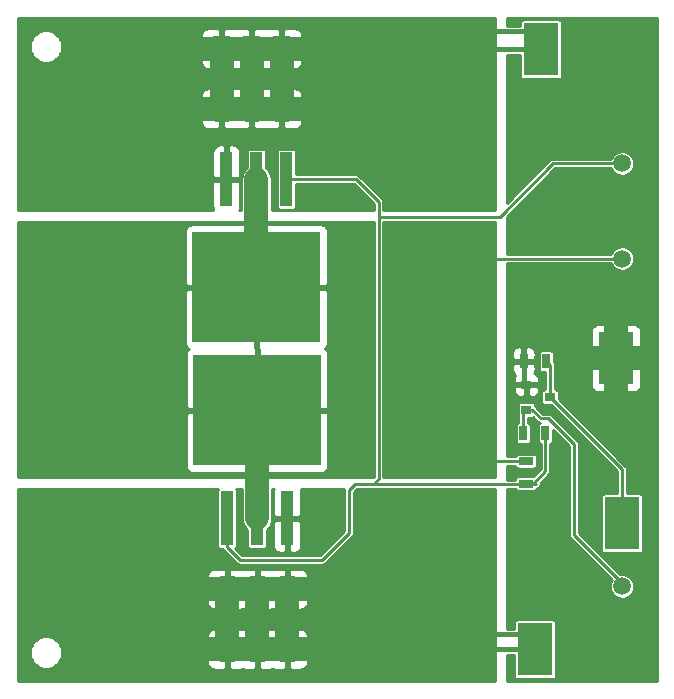
<source format=gbr>
G04 #@! TF.GenerationSoftware,KiCad,Pcbnew,(5.1.10-1-10_14)*
G04 #@! TF.CreationDate,2021-09-30T23:38:58-04:00*
G04 #@! TF.ProjectId,lv_bms_tester_board,6c765f62-6d73-45f7-9465-737465725f62,rev?*
G04 #@! TF.SameCoordinates,Original*
G04 #@! TF.FileFunction,Copper,L1,Top*
G04 #@! TF.FilePolarity,Positive*
%FSLAX46Y46*%
G04 Gerber Fmt 4.6, Leading zero omitted, Abs format (unit mm)*
G04 Created by KiCad (PCBNEW (5.1.10-1-10_14)) date 2021-09-30 23:38:58*
%MOMM*%
%LPD*%
G01*
G04 APERTURE LIST*
G04 #@! TA.AperFunction,SMDPad,CuDef*
%ADD10R,3.000000X4.500000*%
G04 #@! TD*
G04 #@! TA.AperFunction,SMDPad,CuDef*
%ADD11R,0.700000X1.300000*%
G04 #@! TD*
G04 #@! TA.AperFunction,SMDPad,CuDef*
%ADD12C,1.500000*%
G04 #@! TD*
G04 #@! TA.AperFunction,SMDPad,CuDef*
%ADD13R,1.300000X0.700000*%
G04 #@! TD*
G04 #@! TA.AperFunction,SMDPad,CuDef*
%ADD14R,0.900000X0.800000*%
G04 #@! TD*
G04 #@! TA.AperFunction,SMDPad,CuDef*
%ADD15R,1.100000X4.600000*%
G04 #@! TD*
G04 #@! TA.AperFunction,SMDPad,CuDef*
%ADD16R,10.800000X9.400000*%
G04 #@! TD*
G04 #@! TA.AperFunction,ViaPad*
%ADD17C,0.609600*%
G04 #@! TD*
G04 #@! TA.AperFunction,Conductor*
%ADD18C,2.000000*%
G04 #@! TD*
G04 #@! TA.AperFunction,Conductor*
%ADD19C,0.381000*%
G04 #@! TD*
G04 #@! TA.AperFunction,Conductor*
%ADD20C,0.254000*%
G04 #@! TD*
G04 #@! TA.AperFunction,Conductor*
%ADD21C,0.100000*%
G04 #@! TD*
G04 APERTURE END LIST*
D10*
X143510000Y-80264000D03*
X143002000Y-131064000D03*
X149860000Y-106426000D03*
X150368000Y-120396000D03*
D11*
X143952000Y-106680000D03*
X142052000Y-106680000D03*
D12*
X150368000Y-89916000D03*
X150368000Y-125730000D03*
X150368000Y-97986000D03*
D11*
X141986000Y-112776000D03*
X143886000Y-112776000D03*
D13*
X142240000Y-117028000D03*
X142240000Y-115128000D03*
D14*
X144272000Y-109728000D03*
X142272000Y-108678000D03*
X142272000Y-110778000D03*
G04 #@! TA.AperFunction,ComponentPad*
G36*
G01*
X115360000Y-85840000D02*
X115360000Y-84740000D01*
G75*
G02*
X115910000Y-84190000I550000J0D01*
G01*
X117010000Y-84190000D01*
G75*
G02*
X117560000Y-84740000I0J-550000D01*
G01*
X117560000Y-85840000D01*
G75*
G02*
X117010000Y-86390000I-550000J0D01*
G01*
X115910000Y-86390000D01*
G75*
G02*
X115360000Y-85840000I0J550000D01*
G01*
G37*
G04 #@! TD.AperFunction*
G04 #@! TA.AperFunction,ComponentPad*
G36*
G01*
X117900000Y-85840000D02*
X117900000Y-84740000D01*
G75*
G02*
X118450000Y-84190000I550000J0D01*
G01*
X119550000Y-84190000D01*
G75*
G02*
X120100000Y-84740000I0J-550000D01*
G01*
X120100000Y-85840000D01*
G75*
G02*
X119550000Y-86390000I-550000J0D01*
G01*
X118450000Y-86390000D01*
G75*
G02*
X117900000Y-85840000I0J550000D01*
G01*
G37*
G04 #@! TD.AperFunction*
G04 #@! TA.AperFunction,ComponentPad*
G36*
G01*
X120440000Y-85840000D02*
X120440000Y-84740000D01*
G75*
G02*
X120990000Y-84190000I550000J0D01*
G01*
X122090000Y-84190000D01*
G75*
G02*
X122640000Y-84740000I0J-550000D01*
G01*
X122640000Y-85840000D01*
G75*
G02*
X122090000Y-86390000I-550000J0D01*
G01*
X120990000Y-86390000D01*
G75*
G02*
X120440000Y-85840000I0J550000D01*
G01*
G37*
G04 #@! TD.AperFunction*
G04 #@! TA.AperFunction,ComponentPad*
G36*
G01*
X120440000Y-80760000D02*
X120440000Y-79660000D01*
G75*
G02*
X120990000Y-79110000I550000J0D01*
G01*
X122090000Y-79110000D01*
G75*
G02*
X122640000Y-79660000I0J-550000D01*
G01*
X122640000Y-80760000D01*
G75*
G02*
X122090000Y-81310000I-550000J0D01*
G01*
X120990000Y-81310000D01*
G75*
G02*
X120440000Y-80760000I0J550000D01*
G01*
G37*
G04 #@! TD.AperFunction*
G04 #@! TA.AperFunction,ComponentPad*
G36*
G01*
X117900000Y-80760000D02*
X117900000Y-79660000D01*
G75*
G02*
X118450000Y-79110000I550000J0D01*
G01*
X119550000Y-79110000D01*
G75*
G02*
X120100000Y-79660000I0J-550000D01*
G01*
X120100000Y-80760000D01*
G75*
G02*
X119550000Y-81310000I-550000J0D01*
G01*
X118450000Y-81310000D01*
G75*
G02*
X117900000Y-80760000I0J550000D01*
G01*
G37*
G04 #@! TD.AperFunction*
G04 #@! TA.AperFunction,ComponentPad*
G36*
G01*
X115360000Y-80760000D02*
X115360000Y-79660000D01*
G75*
G02*
X115910000Y-79110000I550000J0D01*
G01*
X117010000Y-79110000D01*
G75*
G02*
X117560000Y-79660000I0J-550000D01*
G01*
X117560000Y-80760000D01*
G75*
G02*
X117010000Y-81310000I-550000J0D01*
G01*
X115910000Y-81310000D01*
G75*
G02*
X115360000Y-80760000I0J550000D01*
G01*
G37*
G04 #@! TD.AperFunction*
G04 #@! TA.AperFunction,ComponentPad*
G36*
G01*
X115860000Y-131590000D02*
X115860000Y-130490000D01*
G75*
G02*
X116410000Y-129940000I550000J0D01*
G01*
X117510000Y-129940000D01*
G75*
G02*
X118060000Y-130490000I0J-550000D01*
G01*
X118060000Y-131590000D01*
G75*
G02*
X117510000Y-132140000I-550000J0D01*
G01*
X116410000Y-132140000D01*
G75*
G02*
X115860000Y-131590000I0J550000D01*
G01*
G37*
G04 #@! TD.AperFunction*
G04 #@! TA.AperFunction,ComponentPad*
G36*
G01*
X118400000Y-131590000D02*
X118400000Y-130490000D01*
G75*
G02*
X118950000Y-129940000I550000J0D01*
G01*
X120050000Y-129940000D01*
G75*
G02*
X120600000Y-130490000I0J-550000D01*
G01*
X120600000Y-131590000D01*
G75*
G02*
X120050000Y-132140000I-550000J0D01*
G01*
X118950000Y-132140000D01*
G75*
G02*
X118400000Y-131590000I0J550000D01*
G01*
G37*
G04 #@! TD.AperFunction*
G04 #@! TA.AperFunction,ComponentPad*
G36*
G01*
X120940000Y-131590000D02*
X120940000Y-130490000D01*
G75*
G02*
X121490000Y-129940000I550000J0D01*
G01*
X122590000Y-129940000D01*
G75*
G02*
X123140000Y-130490000I0J-550000D01*
G01*
X123140000Y-131590000D01*
G75*
G02*
X122590000Y-132140000I-550000J0D01*
G01*
X121490000Y-132140000D01*
G75*
G02*
X120940000Y-131590000I0J550000D01*
G01*
G37*
G04 #@! TD.AperFunction*
G04 #@! TA.AperFunction,ComponentPad*
G36*
G01*
X120940000Y-126510000D02*
X120940000Y-125410000D01*
G75*
G02*
X121490000Y-124860000I550000J0D01*
G01*
X122590000Y-124860000D01*
G75*
G02*
X123140000Y-125410000I0J-550000D01*
G01*
X123140000Y-126510000D01*
G75*
G02*
X122590000Y-127060000I-550000J0D01*
G01*
X121490000Y-127060000D01*
G75*
G02*
X120940000Y-126510000I0J550000D01*
G01*
G37*
G04 #@! TD.AperFunction*
G04 #@! TA.AperFunction,ComponentPad*
G36*
G01*
X118400000Y-126510000D02*
X118400000Y-125410000D01*
G75*
G02*
X118950000Y-124860000I550000J0D01*
G01*
X120050000Y-124860000D01*
G75*
G02*
X120600000Y-125410000I0J-550000D01*
G01*
X120600000Y-126510000D01*
G75*
G02*
X120050000Y-127060000I-550000J0D01*
G01*
X118950000Y-127060000D01*
G75*
G02*
X118400000Y-126510000I0J550000D01*
G01*
G37*
G04 #@! TD.AperFunction*
G04 #@! TA.AperFunction,ComponentPad*
G36*
G01*
X115860000Y-126510000D02*
X115860000Y-125410000D01*
G75*
G02*
X116410000Y-124860000I550000J0D01*
G01*
X117510000Y-124860000D01*
G75*
G02*
X118060000Y-125410000I0J-550000D01*
G01*
X118060000Y-126510000D01*
G75*
G02*
X117510000Y-127060000I-550000J0D01*
G01*
X116410000Y-127060000D01*
G75*
G02*
X115860000Y-126510000I0J550000D01*
G01*
G37*
G04 #@! TD.AperFunction*
D15*
X121950000Y-91250000D03*
D16*
X119410000Y-100400000D03*
D15*
X116870000Y-91250000D03*
X119410000Y-91250000D03*
X116935000Y-119975000D03*
D16*
X119475000Y-110825000D03*
D15*
X122015000Y-119975000D03*
X119475000Y-119975000D03*
D17*
X100750000Y-96000000D03*
X105830000Y-98540000D03*
X110910000Y-96000000D03*
X126150000Y-98540000D03*
X131230000Y-96000000D03*
X136310000Y-98540000D03*
X100750000Y-101080000D03*
X105830000Y-103620000D03*
X110910000Y-101080000D03*
X126150000Y-103620000D03*
X131230000Y-101080000D03*
X136310000Y-103620000D03*
X100750000Y-106160000D03*
X105830000Y-108700000D03*
X110910000Y-106160000D03*
X126150000Y-108700000D03*
X131230000Y-106160000D03*
X136310000Y-108700000D03*
X100750000Y-111240000D03*
X105830000Y-113780000D03*
X110910000Y-111240000D03*
X126150000Y-113780000D03*
X131230000Y-111240000D03*
X136310000Y-113780000D03*
X100754000Y-118632000D03*
X105834000Y-121172000D03*
X110914000Y-118632000D03*
X126154000Y-121172000D03*
X131234000Y-118632000D03*
X136314000Y-121172000D03*
X105834000Y-131332000D03*
X110914000Y-128792000D03*
X126154000Y-131332000D03*
X131234000Y-128792000D03*
X136314000Y-131332000D03*
X126154000Y-126252000D03*
X110914000Y-123712000D03*
X100754000Y-123712000D03*
X105834000Y-126252000D03*
X131234000Y-123712000D03*
X136314000Y-126252000D03*
X106850000Y-82818000D03*
X111930000Y-80278000D03*
X127170000Y-82818000D03*
X132250000Y-80278000D03*
X137330000Y-82818000D03*
X106850000Y-92978000D03*
X111930000Y-90438000D03*
X127170000Y-92978000D03*
X132250000Y-90438000D03*
X101770000Y-90438000D03*
X137330000Y-92978000D03*
X127170000Y-87898000D03*
X111930000Y-85358000D03*
X101770000Y-85358000D03*
X106850000Y-87898000D03*
X132250000Y-85358000D03*
X137330000Y-87898000D03*
D18*
X149860000Y-103124000D02*
X149860000Y-106426000D01*
X149860000Y-109982000D02*
X149860000Y-106426000D01*
X147320000Y-106426000D02*
X149860000Y-106426000D01*
X152146000Y-106426000D02*
X149860000Y-106426000D01*
D19*
X142052000Y-108458000D02*
X142272000Y-108678000D01*
X142052000Y-106680000D02*
X142052000Y-108458000D01*
D20*
X142052000Y-106680000D02*
X142052000Y-105222000D01*
X129286000Y-117094000D02*
X129750000Y-116630000D01*
X127250000Y-117606000D02*
X127762000Y-117094000D01*
X127762000Y-117094000D02*
X129286000Y-117094000D01*
X125000000Y-123500000D02*
X127250000Y-121250000D01*
X118007600Y-123500000D02*
X125000000Y-123500000D01*
X127250000Y-121250000D02*
X127250000Y-117606000D01*
X116935000Y-122427400D02*
X118007600Y-123500000D01*
X116935000Y-119975000D02*
X116935000Y-122427400D01*
X141774000Y-117094000D02*
X142038000Y-116830000D01*
X129286000Y-117094000D02*
X141774000Y-117094000D01*
X142240000Y-117028000D02*
X143068000Y-117028000D01*
X142240000Y-117028000D02*
X142814000Y-117028000D01*
X143886000Y-115956000D02*
X143886000Y-112776000D01*
X142814000Y-117028000D02*
X143886000Y-115956000D01*
X150368000Y-89916000D02*
X144526000Y-89916000D01*
X139998000Y-94444000D02*
X129750000Y-94444000D01*
X144526000Y-89916000D02*
X139998000Y-94444000D01*
X129750000Y-116630000D02*
X129750000Y-94444000D01*
X127826000Y-91250000D02*
X121950000Y-91250000D01*
X129750000Y-93174000D02*
X127826000Y-91250000D01*
X129750000Y-94444000D02*
X129750000Y-93174000D01*
D18*
X119410000Y-91250000D02*
X119410000Y-100400000D01*
X119475000Y-119975000D02*
X119475000Y-110825000D01*
D20*
X142240000Y-115128000D02*
X139004000Y-115128000D01*
X150368000Y-97986000D02*
X138234000Y-97986000D01*
D18*
X116960000Y-125960000D02*
X119500000Y-125960000D01*
X119500000Y-125960000D02*
X122040000Y-125960000D01*
X122040000Y-125960000D02*
X122040000Y-131040000D01*
X122040000Y-131040000D02*
X119500000Y-131040000D01*
X119500000Y-131040000D02*
X116960000Y-131040000D01*
X116960000Y-131040000D02*
X116960000Y-125960000D01*
X119500000Y-125960000D02*
X119500000Y-131040000D01*
X125862000Y-131040000D02*
X126154000Y-131332000D01*
X122040000Y-131040000D02*
X125862000Y-131040000D01*
X113162000Y-131040000D02*
X110914000Y-128792000D01*
X116960000Y-131040000D02*
X113162000Y-131040000D01*
X125862000Y-125960000D02*
X126154000Y-126252000D01*
X122040000Y-125960000D02*
X125862000Y-125960000D01*
X113746000Y-125960000D02*
X110914000Y-128792000D01*
X116960000Y-125960000D02*
X113746000Y-125960000D01*
D19*
X139700000Y-131064000D02*
X138684000Y-132080000D01*
X143002000Y-131064000D02*
X139700000Y-131064000D01*
X143002000Y-131064000D02*
X143002000Y-130302000D01*
X143002000Y-130302000D02*
X142494000Y-129794000D01*
X142494000Y-129794000D02*
X139192000Y-129794000D01*
X139192000Y-129794000D02*
X138176000Y-130810000D01*
D18*
X116460000Y-85290000D02*
X121540000Y-85290000D01*
X121540000Y-85290000D02*
X121540000Y-80210000D01*
X121540000Y-80210000D02*
X116460000Y-80210000D01*
X116460000Y-80210000D02*
X116460000Y-85290000D01*
X119000000Y-85290000D02*
X119000000Y-80210000D01*
X111998000Y-80210000D02*
X111930000Y-80278000D01*
X116460000Y-80210000D02*
X111998000Y-80210000D01*
X111998000Y-85290000D02*
X111930000Y-85358000D01*
X116460000Y-85290000D02*
X111998000Y-85290000D01*
X124698000Y-85290000D02*
X127170000Y-82818000D01*
X121540000Y-85290000D02*
X124698000Y-85290000D01*
X124562000Y-80210000D02*
X127170000Y-82818000D01*
X121540000Y-80210000D02*
X124562000Y-80210000D01*
D20*
X143510000Y-80264000D02*
X142748000Y-79502000D01*
D19*
X143510000Y-80264000D02*
X137668000Y-80264000D01*
X137668000Y-80264000D02*
X136398000Y-81534000D01*
X143510000Y-80264000D02*
X143510000Y-79502000D01*
X143510000Y-79502000D02*
X142748000Y-78740000D01*
X142748000Y-78740000D02*
X137414000Y-78740000D01*
X137414000Y-78740000D02*
X137160000Y-78740000D01*
X137160000Y-78740000D02*
X135890000Y-80010000D01*
D20*
X144272000Y-107000000D02*
X143952000Y-106680000D01*
X144272000Y-109728000D02*
X144272000Y-107000000D01*
X150368000Y-115824000D02*
X144272000Y-109728000D01*
X150368000Y-120904000D02*
X150368000Y-115824000D01*
X142038000Y-112828000D02*
X141986000Y-112776000D01*
X141986000Y-111064000D02*
X142272000Y-110778000D01*
X141986000Y-112776000D02*
X141986000Y-111064000D01*
X142272000Y-110778000D02*
X142782000Y-110778000D01*
X142782000Y-110778000D02*
X143510000Y-111506000D01*
X144118922Y-111506000D02*
X146304000Y-113691078D01*
X143510000Y-111506000D02*
X144118922Y-111506000D01*
X146304000Y-121412000D02*
X150368000Y-125476000D01*
X146304000Y-121412000D02*
X146304000Y-113792000D01*
X139573000Y-93853000D02*
X130156400Y-93853000D01*
X130156400Y-93193953D01*
X130158365Y-93174000D01*
X130156400Y-93154047D01*
X130156400Y-93154040D01*
X130150519Y-93094332D01*
X130127281Y-93017725D01*
X130089544Y-92947124D01*
X130068717Y-92921746D01*
X130051482Y-92900745D01*
X130051477Y-92900740D01*
X130038758Y-92885242D01*
X130023260Y-92872523D01*
X128127482Y-90976746D01*
X128114758Y-90961242D01*
X128052876Y-90910456D01*
X127982275Y-90872719D01*
X127905668Y-90849481D01*
X127845960Y-90843600D01*
X127845953Y-90843600D01*
X127826000Y-90841635D01*
X127806047Y-90843600D01*
X122780751Y-90843600D01*
X122780751Y-88950000D01*
X122775356Y-88895228D01*
X122759380Y-88842561D01*
X122733436Y-88794023D01*
X122698521Y-88751479D01*
X122655977Y-88716564D01*
X122607439Y-88690620D01*
X122554772Y-88674644D01*
X122500000Y-88669249D01*
X121400000Y-88669249D01*
X121345228Y-88674644D01*
X121292561Y-88690620D01*
X121244023Y-88716564D01*
X121201479Y-88751479D01*
X121166564Y-88794023D01*
X121140620Y-88842561D01*
X121124644Y-88895228D01*
X121119249Y-88950000D01*
X121119249Y-93550000D01*
X121124644Y-93604772D01*
X121140620Y-93657439D01*
X121166564Y-93705977D01*
X121201479Y-93748521D01*
X121244023Y-93783436D01*
X121292561Y-93809380D01*
X121345228Y-93825356D01*
X121400000Y-93830751D01*
X122500000Y-93830751D01*
X122554772Y-93825356D01*
X122607439Y-93809380D01*
X122655977Y-93783436D01*
X122698521Y-93748521D01*
X122733436Y-93705977D01*
X122759380Y-93657439D01*
X122775356Y-93604772D01*
X122780751Y-93550000D01*
X122780751Y-91656400D01*
X127657664Y-91656400D01*
X129343601Y-93342338D01*
X129343601Y-93853000D01*
X120689400Y-93853000D01*
X120689400Y-91187151D01*
X120670888Y-90999194D01*
X120597730Y-90758026D01*
X120478929Y-90535764D01*
X120319049Y-90340951D01*
X120240751Y-90276693D01*
X120240751Y-88950000D01*
X120235356Y-88895228D01*
X120219380Y-88842561D01*
X120193436Y-88794023D01*
X120158521Y-88751479D01*
X120115977Y-88716564D01*
X120067439Y-88690620D01*
X120014772Y-88674644D01*
X119960000Y-88669249D01*
X118860000Y-88669249D01*
X118805228Y-88674644D01*
X118752561Y-88690620D01*
X118704023Y-88716564D01*
X118661479Y-88751479D01*
X118626564Y-88794023D01*
X118600620Y-88842561D01*
X118584644Y-88895228D01*
X118579249Y-88950000D01*
X118579249Y-90276693D01*
X118500951Y-90340951D01*
X118341071Y-90535765D01*
X118222270Y-90758027D01*
X118149112Y-90999195D01*
X118130600Y-91187152D01*
X118130600Y-93853000D01*
X117978062Y-93853000D01*
X118009502Y-93794180D01*
X118045812Y-93674482D01*
X118058072Y-93550000D01*
X118055000Y-91535750D01*
X117896250Y-91377000D01*
X116997000Y-91377000D01*
X116997000Y-91397000D01*
X116743000Y-91397000D01*
X116743000Y-91377000D01*
X115843750Y-91377000D01*
X115685000Y-91535750D01*
X115681928Y-93550000D01*
X115694188Y-93674482D01*
X115730498Y-93794180D01*
X115761938Y-93853000D01*
X99187000Y-93853000D01*
X99187000Y-88950000D01*
X115681928Y-88950000D01*
X115685000Y-90964250D01*
X115843750Y-91123000D01*
X116743000Y-91123000D01*
X116743000Y-88473750D01*
X116997000Y-88473750D01*
X116997000Y-91123000D01*
X117896250Y-91123000D01*
X118055000Y-90964250D01*
X118058072Y-88950000D01*
X118045812Y-88825518D01*
X118009502Y-88705820D01*
X117950537Y-88595506D01*
X117871185Y-88498815D01*
X117774494Y-88419463D01*
X117664180Y-88360498D01*
X117544482Y-88324188D01*
X117420000Y-88311928D01*
X117155750Y-88315000D01*
X116997000Y-88473750D01*
X116743000Y-88473750D01*
X116584250Y-88315000D01*
X116320000Y-88311928D01*
X116195518Y-88324188D01*
X116075820Y-88360498D01*
X115965506Y-88419463D01*
X115868815Y-88498815D01*
X115789463Y-88595506D01*
X115730498Y-88705820D01*
X115694188Y-88825518D01*
X115681928Y-88950000D01*
X99187000Y-88950000D01*
X99187000Y-86390000D01*
X114721928Y-86390000D01*
X114734188Y-86514482D01*
X114770498Y-86634180D01*
X114829463Y-86744494D01*
X114908815Y-86841185D01*
X115005506Y-86920537D01*
X115115820Y-86979502D01*
X115235518Y-87015812D01*
X115360000Y-87028072D01*
X116174250Y-87025000D01*
X116333000Y-86866250D01*
X116333000Y-85417000D01*
X116587000Y-85417000D01*
X116587000Y-86866250D01*
X116745750Y-87025000D01*
X117560000Y-87028072D01*
X117684482Y-87015812D01*
X117730000Y-87002004D01*
X117775518Y-87015812D01*
X117900000Y-87028072D01*
X118714250Y-87025000D01*
X118873000Y-86866250D01*
X118873000Y-85417000D01*
X119127000Y-85417000D01*
X119127000Y-86866250D01*
X119285750Y-87025000D01*
X120100000Y-87028072D01*
X120224482Y-87015812D01*
X120270000Y-87002004D01*
X120315518Y-87015812D01*
X120440000Y-87028072D01*
X121254250Y-87025000D01*
X121413000Y-86866250D01*
X121413000Y-85417000D01*
X121667000Y-85417000D01*
X121667000Y-86866250D01*
X121825750Y-87025000D01*
X122640000Y-87028072D01*
X122764482Y-87015812D01*
X122884180Y-86979502D01*
X122994494Y-86920537D01*
X123091185Y-86841185D01*
X123170537Y-86744494D01*
X123229502Y-86634180D01*
X123265812Y-86514482D01*
X123278072Y-86390000D01*
X123275000Y-85575750D01*
X123116250Y-85417000D01*
X121667000Y-85417000D01*
X121413000Y-85417000D01*
X119127000Y-85417000D01*
X118873000Y-85417000D01*
X116587000Y-85417000D01*
X116333000Y-85417000D01*
X114883750Y-85417000D01*
X114725000Y-85575750D01*
X114721928Y-86390000D01*
X99187000Y-86390000D01*
X99187000Y-84190000D01*
X114721928Y-84190000D01*
X114725000Y-85004250D01*
X114883750Y-85163000D01*
X116333000Y-85163000D01*
X116333000Y-83713750D01*
X116587000Y-83713750D01*
X116587000Y-85163000D01*
X118873000Y-85163000D01*
X118873000Y-83713750D01*
X119127000Y-83713750D01*
X119127000Y-85163000D01*
X121413000Y-85163000D01*
X121413000Y-83713750D01*
X121667000Y-83713750D01*
X121667000Y-85163000D01*
X123116250Y-85163000D01*
X123275000Y-85004250D01*
X123278072Y-84190000D01*
X123265812Y-84065518D01*
X123229502Y-83945820D01*
X123170537Y-83835506D01*
X123091185Y-83738815D01*
X122994494Y-83659463D01*
X122884180Y-83600498D01*
X122764482Y-83564188D01*
X122640000Y-83551928D01*
X121825750Y-83555000D01*
X121667000Y-83713750D01*
X121413000Y-83713750D01*
X121254250Y-83555000D01*
X120440000Y-83551928D01*
X120315518Y-83564188D01*
X120270000Y-83577996D01*
X120224482Y-83564188D01*
X120100000Y-83551928D01*
X119285750Y-83555000D01*
X119127000Y-83713750D01*
X118873000Y-83713750D01*
X118714250Y-83555000D01*
X117900000Y-83551928D01*
X117775518Y-83564188D01*
X117730000Y-83577996D01*
X117684482Y-83564188D01*
X117560000Y-83551928D01*
X116745750Y-83555000D01*
X116587000Y-83713750D01*
X116333000Y-83713750D01*
X116174250Y-83555000D01*
X115360000Y-83551928D01*
X115235518Y-83564188D01*
X115115820Y-83600498D01*
X115005506Y-83659463D01*
X114908815Y-83738815D01*
X114829463Y-83835506D01*
X114770498Y-83945820D01*
X114734188Y-84065518D01*
X114721928Y-84190000D01*
X99187000Y-84190000D01*
X99187000Y-79874141D01*
X100220600Y-79874141D01*
X100220600Y-80145859D01*
X100273610Y-80412356D01*
X100377592Y-80663391D01*
X100528550Y-80889316D01*
X100720684Y-81081450D01*
X100946609Y-81232408D01*
X101197644Y-81336390D01*
X101464141Y-81389400D01*
X101735859Y-81389400D01*
X102002356Y-81336390D01*
X102066067Y-81310000D01*
X114721928Y-81310000D01*
X114734188Y-81434482D01*
X114770498Y-81554180D01*
X114829463Y-81664494D01*
X114908815Y-81761185D01*
X115005506Y-81840537D01*
X115115820Y-81899502D01*
X115235518Y-81935812D01*
X115360000Y-81948072D01*
X116174250Y-81945000D01*
X116333000Y-81786250D01*
X116333000Y-80337000D01*
X116587000Y-80337000D01*
X116587000Y-81786250D01*
X116745750Y-81945000D01*
X117560000Y-81948072D01*
X117684482Y-81935812D01*
X117730000Y-81922004D01*
X117775518Y-81935812D01*
X117900000Y-81948072D01*
X118714250Y-81945000D01*
X118873000Y-81786250D01*
X118873000Y-80337000D01*
X119127000Y-80337000D01*
X119127000Y-81786250D01*
X119285750Y-81945000D01*
X120100000Y-81948072D01*
X120224482Y-81935812D01*
X120270000Y-81922004D01*
X120315518Y-81935812D01*
X120440000Y-81948072D01*
X121254250Y-81945000D01*
X121413000Y-81786250D01*
X121413000Y-80337000D01*
X121667000Y-80337000D01*
X121667000Y-81786250D01*
X121825750Y-81945000D01*
X122640000Y-81948072D01*
X122764482Y-81935812D01*
X122884180Y-81899502D01*
X122994494Y-81840537D01*
X123091185Y-81761185D01*
X123170537Y-81664494D01*
X123229502Y-81554180D01*
X123265812Y-81434482D01*
X123278072Y-81310000D01*
X123275000Y-80495750D01*
X123116250Y-80337000D01*
X121667000Y-80337000D01*
X121413000Y-80337000D01*
X119127000Y-80337000D01*
X118873000Y-80337000D01*
X116587000Y-80337000D01*
X116333000Y-80337000D01*
X114883750Y-80337000D01*
X114725000Y-80495750D01*
X114721928Y-81310000D01*
X102066067Y-81310000D01*
X102253391Y-81232408D01*
X102479316Y-81081450D01*
X102671450Y-80889316D01*
X102822408Y-80663391D01*
X102926390Y-80412356D01*
X102979400Y-80145859D01*
X102979400Y-79874141D01*
X102926390Y-79607644D01*
X102822408Y-79356609D01*
X102671450Y-79130684D01*
X102650766Y-79110000D01*
X114721928Y-79110000D01*
X114725000Y-79924250D01*
X114883750Y-80083000D01*
X116333000Y-80083000D01*
X116333000Y-78633750D01*
X116587000Y-78633750D01*
X116587000Y-80083000D01*
X118873000Y-80083000D01*
X118873000Y-78633750D01*
X119127000Y-78633750D01*
X119127000Y-80083000D01*
X121413000Y-80083000D01*
X121413000Y-78633750D01*
X121667000Y-78633750D01*
X121667000Y-80083000D01*
X123116250Y-80083000D01*
X123275000Y-79924250D01*
X123278072Y-79110000D01*
X123265812Y-78985518D01*
X123229502Y-78865820D01*
X123170537Y-78755506D01*
X123091185Y-78658815D01*
X122994494Y-78579463D01*
X122884180Y-78520498D01*
X122764482Y-78484188D01*
X122640000Y-78471928D01*
X121825750Y-78475000D01*
X121667000Y-78633750D01*
X121413000Y-78633750D01*
X121254250Y-78475000D01*
X120440000Y-78471928D01*
X120315518Y-78484188D01*
X120270000Y-78497996D01*
X120224482Y-78484188D01*
X120100000Y-78471928D01*
X119285750Y-78475000D01*
X119127000Y-78633750D01*
X118873000Y-78633750D01*
X118714250Y-78475000D01*
X117900000Y-78471928D01*
X117775518Y-78484188D01*
X117730000Y-78497996D01*
X117684482Y-78484188D01*
X117560000Y-78471928D01*
X116745750Y-78475000D01*
X116587000Y-78633750D01*
X116333000Y-78633750D01*
X116174250Y-78475000D01*
X115360000Y-78471928D01*
X115235518Y-78484188D01*
X115115820Y-78520498D01*
X115005506Y-78579463D01*
X114908815Y-78658815D01*
X114829463Y-78755506D01*
X114770498Y-78865820D01*
X114734188Y-78985518D01*
X114721928Y-79110000D01*
X102650766Y-79110000D01*
X102479316Y-78938550D01*
X102253391Y-78787592D01*
X102002356Y-78683610D01*
X101735859Y-78630600D01*
X101464141Y-78630600D01*
X101197644Y-78683610D01*
X100946609Y-78787592D01*
X100720684Y-78938550D01*
X100528550Y-79130684D01*
X100377592Y-79356609D01*
X100273610Y-79607644D01*
X100220600Y-79874141D01*
X99187000Y-79874141D01*
X99187000Y-77597000D01*
X139573000Y-77597000D01*
X139573000Y-93853000D01*
G04 #@! TA.AperFunction,Conductor*
D21*
G36*
X139573000Y-93853000D02*
G01*
X130156400Y-93853000D01*
X130156400Y-93193953D01*
X130158365Y-93174000D01*
X130156400Y-93154047D01*
X130156400Y-93154040D01*
X130150519Y-93094332D01*
X130127281Y-93017725D01*
X130089544Y-92947124D01*
X130068717Y-92921746D01*
X130051482Y-92900745D01*
X130051477Y-92900740D01*
X130038758Y-92885242D01*
X130023260Y-92872523D01*
X128127482Y-90976746D01*
X128114758Y-90961242D01*
X128052876Y-90910456D01*
X127982275Y-90872719D01*
X127905668Y-90849481D01*
X127845960Y-90843600D01*
X127845953Y-90843600D01*
X127826000Y-90841635D01*
X127806047Y-90843600D01*
X122780751Y-90843600D01*
X122780751Y-88950000D01*
X122775356Y-88895228D01*
X122759380Y-88842561D01*
X122733436Y-88794023D01*
X122698521Y-88751479D01*
X122655977Y-88716564D01*
X122607439Y-88690620D01*
X122554772Y-88674644D01*
X122500000Y-88669249D01*
X121400000Y-88669249D01*
X121345228Y-88674644D01*
X121292561Y-88690620D01*
X121244023Y-88716564D01*
X121201479Y-88751479D01*
X121166564Y-88794023D01*
X121140620Y-88842561D01*
X121124644Y-88895228D01*
X121119249Y-88950000D01*
X121119249Y-93550000D01*
X121124644Y-93604772D01*
X121140620Y-93657439D01*
X121166564Y-93705977D01*
X121201479Y-93748521D01*
X121244023Y-93783436D01*
X121292561Y-93809380D01*
X121345228Y-93825356D01*
X121400000Y-93830751D01*
X122500000Y-93830751D01*
X122554772Y-93825356D01*
X122607439Y-93809380D01*
X122655977Y-93783436D01*
X122698521Y-93748521D01*
X122733436Y-93705977D01*
X122759380Y-93657439D01*
X122775356Y-93604772D01*
X122780751Y-93550000D01*
X122780751Y-91656400D01*
X127657664Y-91656400D01*
X129343601Y-93342338D01*
X129343601Y-93853000D01*
X120689400Y-93853000D01*
X120689400Y-91187151D01*
X120670888Y-90999194D01*
X120597730Y-90758026D01*
X120478929Y-90535764D01*
X120319049Y-90340951D01*
X120240751Y-90276693D01*
X120240751Y-88950000D01*
X120235356Y-88895228D01*
X120219380Y-88842561D01*
X120193436Y-88794023D01*
X120158521Y-88751479D01*
X120115977Y-88716564D01*
X120067439Y-88690620D01*
X120014772Y-88674644D01*
X119960000Y-88669249D01*
X118860000Y-88669249D01*
X118805228Y-88674644D01*
X118752561Y-88690620D01*
X118704023Y-88716564D01*
X118661479Y-88751479D01*
X118626564Y-88794023D01*
X118600620Y-88842561D01*
X118584644Y-88895228D01*
X118579249Y-88950000D01*
X118579249Y-90276693D01*
X118500951Y-90340951D01*
X118341071Y-90535765D01*
X118222270Y-90758027D01*
X118149112Y-90999195D01*
X118130600Y-91187152D01*
X118130600Y-93853000D01*
X117978062Y-93853000D01*
X118009502Y-93794180D01*
X118045812Y-93674482D01*
X118058072Y-93550000D01*
X118055000Y-91535750D01*
X117896250Y-91377000D01*
X116997000Y-91377000D01*
X116997000Y-91397000D01*
X116743000Y-91397000D01*
X116743000Y-91377000D01*
X115843750Y-91377000D01*
X115685000Y-91535750D01*
X115681928Y-93550000D01*
X115694188Y-93674482D01*
X115730498Y-93794180D01*
X115761938Y-93853000D01*
X99187000Y-93853000D01*
X99187000Y-88950000D01*
X115681928Y-88950000D01*
X115685000Y-90964250D01*
X115843750Y-91123000D01*
X116743000Y-91123000D01*
X116743000Y-88473750D01*
X116997000Y-88473750D01*
X116997000Y-91123000D01*
X117896250Y-91123000D01*
X118055000Y-90964250D01*
X118058072Y-88950000D01*
X118045812Y-88825518D01*
X118009502Y-88705820D01*
X117950537Y-88595506D01*
X117871185Y-88498815D01*
X117774494Y-88419463D01*
X117664180Y-88360498D01*
X117544482Y-88324188D01*
X117420000Y-88311928D01*
X117155750Y-88315000D01*
X116997000Y-88473750D01*
X116743000Y-88473750D01*
X116584250Y-88315000D01*
X116320000Y-88311928D01*
X116195518Y-88324188D01*
X116075820Y-88360498D01*
X115965506Y-88419463D01*
X115868815Y-88498815D01*
X115789463Y-88595506D01*
X115730498Y-88705820D01*
X115694188Y-88825518D01*
X115681928Y-88950000D01*
X99187000Y-88950000D01*
X99187000Y-86390000D01*
X114721928Y-86390000D01*
X114734188Y-86514482D01*
X114770498Y-86634180D01*
X114829463Y-86744494D01*
X114908815Y-86841185D01*
X115005506Y-86920537D01*
X115115820Y-86979502D01*
X115235518Y-87015812D01*
X115360000Y-87028072D01*
X116174250Y-87025000D01*
X116333000Y-86866250D01*
X116333000Y-85417000D01*
X116587000Y-85417000D01*
X116587000Y-86866250D01*
X116745750Y-87025000D01*
X117560000Y-87028072D01*
X117684482Y-87015812D01*
X117730000Y-87002004D01*
X117775518Y-87015812D01*
X117900000Y-87028072D01*
X118714250Y-87025000D01*
X118873000Y-86866250D01*
X118873000Y-85417000D01*
X119127000Y-85417000D01*
X119127000Y-86866250D01*
X119285750Y-87025000D01*
X120100000Y-87028072D01*
X120224482Y-87015812D01*
X120270000Y-87002004D01*
X120315518Y-87015812D01*
X120440000Y-87028072D01*
X121254250Y-87025000D01*
X121413000Y-86866250D01*
X121413000Y-85417000D01*
X121667000Y-85417000D01*
X121667000Y-86866250D01*
X121825750Y-87025000D01*
X122640000Y-87028072D01*
X122764482Y-87015812D01*
X122884180Y-86979502D01*
X122994494Y-86920537D01*
X123091185Y-86841185D01*
X123170537Y-86744494D01*
X123229502Y-86634180D01*
X123265812Y-86514482D01*
X123278072Y-86390000D01*
X123275000Y-85575750D01*
X123116250Y-85417000D01*
X121667000Y-85417000D01*
X121413000Y-85417000D01*
X119127000Y-85417000D01*
X118873000Y-85417000D01*
X116587000Y-85417000D01*
X116333000Y-85417000D01*
X114883750Y-85417000D01*
X114725000Y-85575750D01*
X114721928Y-86390000D01*
X99187000Y-86390000D01*
X99187000Y-84190000D01*
X114721928Y-84190000D01*
X114725000Y-85004250D01*
X114883750Y-85163000D01*
X116333000Y-85163000D01*
X116333000Y-83713750D01*
X116587000Y-83713750D01*
X116587000Y-85163000D01*
X118873000Y-85163000D01*
X118873000Y-83713750D01*
X119127000Y-83713750D01*
X119127000Y-85163000D01*
X121413000Y-85163000D01*
X121413000Y-83713750D01*
X121667000Y-83713750D01*
X121667000Y-85163000D01*
X123116250Y-85163000D01*
X123275000Y-85004250D01*
X123278072Y-84190000D01*
X123265812Y-84065518D01*
X123229502Y-83945820D01*
X123170537Y-83835506D01*
X123091185Y-83738815D01*
X122994494Y-83659463D01*
X122884180Y-83600498D01*
X122764482Y-83564188D01*
X122640000Y-83551928D01*
X121825750Y-83555000D01*
X121667000Y-83713750D01*
X121413000Y-83713750D01*
X121254250Y-83555000D01*
X120440000Y-83551928D01*
X120315518Y-83564188D01*
X120270000Y-83577996D01*
X120224482Y-83564188D01*
X120100000Y-83551928D01*
X119285750Y-83555000D01*
X119127000Y-83713750D01*
X118873000Y-83713750D01*
X118714250Y-83555000D01*
X117900000Y-83551928D01*
X117775518Y-83564188D01*
X117730000Y-83577996D01*
X117684482Y-83564188D01*
X117560000Y-83551928D01*
X116745750Y-83555000D01*
X116587000Y-83713750D01*
X116333000Y-83713750D01*
X116174250Y-83555000D01*
X115360000Y-83551928D01*
X115235518Y-83564188D01*
X115115820Y-83600498D01*
X115005506Y-83659463D01*
X114908815Y-83738815D01*
X114829463Y-83835506D01*
X114770498Y-83945820D01*
X114734188Y-84065518D01*
X114721928Y-84190000D01*
X99187000Y-84190000D01*
X99187000Y-79874141D01*
X100220600Y-79874141D01*
X100220600Y-80145859D01*
X100273610Y-80412356D01*
X100377592Y-80663391D01*
X100528550Y-80889316D01*
X100720684Y-81081450D01*
X100946609Y-81232408D01*
X101197644Y-81336390D01*
X101464141Y-81389400D01*
X101735859Y-81389400D01*
X102002356Y-81336390D01*
X102066067Y-81310000D01*
X114721928Y-81310000D01*
X114734188Y-81434482D01*
X114770498Y-81554180D01*
X114829463Y-81664494D01*
X114908815Y-81761185D01*
X115005506Y-81840537D01*
X115115820Y-81899502D01*
X115235518Y-81935812D01*
X115360000Y-81948072D01*
X116174250Y-81945000D01*
X116333000Y-81786250D01*
X116333000Y-80337000D01*
X116587000Y-80337000D01*
X116587000Y-81786250D01*
X116745750Y-81945000D01*
X117560000Y-81948072D01*
X117684482Y-81935812D01*
X117730000Y-81922004D01*
X117775518Y-81935812D01*
X117900000Y-81948072D01*
X118714250Y-81945000D01*
X118873000Y-81786250D01*
X118873000Y-80337000D01*
X119127000Y-80337000D01*
X119127000Y-81786250D01*
X119285750Y-81945000D01*
X120100000Y-81948072D01*
X120224482Y-81935812D01*
X120270000Y-81922004D01*
X120315518Y-81935812D01*
X120440000Y-81948072D01*
X121254250Y-81945000D01*
X121413000Y-81786250D01*
X121413000Y-80337000D01*
X121667000Y-80337000D01*
X121667000Y-81786250D01*
X121825750Y-81945000D01*
X122640000Y-81948072D01*
X122764482Y-81935812D01*
X122884180Y-81899502D01*
X122994494Y-81840537D01*
X123091185Y-81761185D01*
X123170537Y-81664494D01*
X123229502Y-81554180D01*
X123265812Y-81434482D01*
X123278072Y-81310000D01*
X123275000Y-80495750D01*
X123116250Y-80337000D01*
X121667000Y-80337000D01*
X121413000Y-80337000D01*
X119127000Y-80337000D01*
X118873000Y-80337000D01*
X116587000Y-80337000D01*
X116333000Y-80337000D01*
X114883750Y-80337000D01*
X114725000Y-80495750D01*
X114721928Y-81310000D01*
X102066067Y-81310000D01*
X102253391Y-81232408D01*
X102479316Y-81081450D01*
X102671450Y-80889316D01*
X102822408Y-80663391D01*
X102926390Y-80412356D01*
X102979400Y-80145859D01*
X102979400Y-79874141D01*
X102926390Y-79607644D01*
X102822408Y-79356609D01*
X102671450Y-79130684D01*
X102650766Y-79110000D01*
X114721928Y-79110000D01*
X114725000Y-79924250D01*
X114883750Y-80083000D01*
X116333000Y-80083000D01*
X116333000Y-78633750D01*
X116587000Y-78633750D01*
X116587000Y-80083000D01*
X118873000Y-80083000D01*
X118873000Y-78633750D01*
X119127000Y-78633750D01*
X119127000Y-80083000D01*
X121413000Y-80083000D01*
X121413000Y-78633750D01*
X121667000Y-78633750D01*
X121667000Y-80083000D01*
X123116250Y-80083000D01*
X123275000Y-79924250D01*
X123278072Y-79110000D01*
X123265812Y-78985518D01*
X123229502Y-78865820D01*
X123170537Y-78755506D01*
X123091185Y-78658815D01*
X122994494Y-78579463D01*
X122884180Y-78520498D01*
X122764482Y-78484188D01*
X122640000Y-78471928D01*
X121825750Y-78475000D01*
X121667000Y-78633750D01*
X121413000Y-78633750D01*
X121254250Y-78475000D01*
X120440000Y-78471928D01*
X120315518Y-78484188D01*
X120270000Y-78497996D01*
X120224482Y-78484188D01*
X120100000Y-78471928D01*
X119285750Y-78475000D01*
X119127000Y-78633750D01*
X118873000Y-78633750D01*
X118714250Y-78475000D01*
X117900000Y-78471928D01*
X117775518Y-78484188D01*
X117730000Y-78497996D01*
X117684482Y-78484188D01*
X117560000Y-78471928D01*
X116745750Y-78475000D01*
X116587000Y-78633750D01*
X116333000Y-78633750D01*
X116174250Y-78475000D01*
X115360000Y-78471928D01*
X115235518Y-78484188D01*
X115115820Y-78520498D01*
X115005506Y-78579463D01*
X114908815Y-78658815D01*
X114829463Y-78755506D01*
X114770498Y-78865820D01*
X114734188Y-78985518D01*
X114721928Y-79110000D01*
X102650766Y-79110000D01*
X102479316Y-78938550D01*
X102253391Y-78787592D01*
X102002356Y-78683610D01*
X101735859Y-78630600D01*
X101464141Y-78630600D01*
X101197644Y-78683610D01*
X100946609Y-78787592D01*
X100720684Y-78938550D01*
X100528550Y-79130684D01*
X100377592Y-79356609D01*
X100273610Y-79607644D01*
X100220600Y-79874141D01*
X99187000Y-79874141D01*
X99187000Y-77597000D01*
X139573000Y-77597000D01*
X139573000Y-93853000D01*
G37*
G04 #@! TD.AperFunction*
D20*
X116186479Y-117476479D02*
X116151564Y-117519023D01*
X116125620Y-117567561D01*
X116109644Y-117620228D01*
X116104249Y-117675000D01*
X116104249Y-122275000D01*
X116109644Y-122329772D01*
X116125620Y-122382439D01*
X116151564Y-122430977D01*
X116186479Y-122473521D01*
X116229023Y-122508436D01*
X116277561Y-122534380D01*
X116330228Y-122550356D01*
X116385000Y-122555751D01*
X116549249Y-122555751D01*
X116557719Y-122583674D01*
X116557720Y-122583675D01*
X116595457Y-122654276D01*
X116612549Y-122675102D01*
X116633518Y-122700654D01*
X116633524Y-122700660D01*
X116646243Y-122716158D01*
X116661741Y-122728877D01*
X117706118Y-123773254D01*
X117718842Y-123788758D01*
X117780724Y-123839544D01*
X117851325Y-123877281D01*
X117904693Y-123893470D01*
X117927931Y-123900519D01*
X117935935Y-123901307D01*
X117987640Y-123906400D01*
X117987646Y-123906400D01*
X118007599Y-123908365D01*
X118027552Y-123906400D01*
X124980047Y-123906400D01*
X125000000Y-123908365D01*
X125019953Y-123906400D01*
X125019960Y-123906400D01*
X125079668Y-123900519D01*
X125156275Y-123877281D01*
X125226876Y-123839544D01*
X125288758Y-123788758D01*
X125301482Y-123773254D01*
X127523261Y-121551476D01*
X127538758Y-121538758D01*
X127551477Y-121523260D01*
X127551482Y-121523255D01*
X127568717Y-121502254D01*
X127589544Y-121476876D01*
X127627281Y-121406275D01*
X127650519Y-121329668D01*
X127656400Y-121269960D01*
X127656400Y-121269953D01*
X127658365Y-121250000D01*
X127656400Y-121230047D01*
X127656400Y-117774336D01*
X127930336Y-117500400D01*
X129266047Y-117500400D01*
X129286000Y-117502365D01*
X129305953Y-117500400D01*
X139573000Y-117500400D01*
X139573000Y-133731000D01*
X99187000Y-133731000D01*
X99187000Y-131182141D01*
X100220600Y-131182141D01*
X100220600Y-131453859D01*
X100273610Y-131720356D01*
X100377592Y-131971391D01*
X100528550Y-132197316D01*
X100720684Y-132389450D01*
X100946609Y-132540408D01*
X101197644Y-132644390D01*
X101464141Y-132697400D01*
X101735859Y-132697400D01*
X102002356Y-132644390D01*
X102253391Y-132540408D01*
X102479316Y-132389450D01*
X102671450Y-132197316D01*
X102709747Y-132140000D01*
X115221928Y-132140000D01*
X115234188Y-132264482D01*
X115270498Y-132384180D01*
X115329463Y-132494494D01*
X115408815Y-132591185D01*
X115505506Y-132670537D01*
X115615820Y-132729502D01*
X115735518Y-132765812D01*
X115860000Y-132778072D01*
X116674250Y-132775000D01*
X116833000Y-132616250D01*
X116833000Y-131167000D01*
X117087000Y-131167000D01*
X117087000Y-132616250D01*
X117245750Y-132775000D01*
X118060000Y-132778072D01*
X118184482Y-132765812D01*
X118230000Y-132752004D01*
X118275518Y-132765812D01*
X118400000Y-132778072D01*
X119214250Y-132775000D01*
X119373000Y-132616250D01*
X119373000Y-131167000D01*
X119627000Y-131167000D01*
X119627000Y-132616250D01*
X119785750Y-132775000D01*
X120600000Y-132778072D01*
X120724482Y-132765812D01*
X120770000Y-132752004D01*
X120815518Y-132765812D01*
X120940000Y-132778072D01*
X121754250Y-132775000D01*
X121913000Y-132616250D01*
X121913000Y-131167000D01*
X122167000Y-131167000D01*
X122167000Y-132616250D01*
X122325750Y-132775000D01*
X123140000Y-132778072D01*
X123264482Y-132765812D01*
X123384180Y-132729502D01*
X123494494Y-132670537D01*
X123591185Y-132591185D01*
X123670537Y-132494494D01*
X123729502Y-132384180D01*
X123765812Y-132264482D01*
X123778072Y-132140000D01*
X123775000Y-131325750D01*
X123616250Y-131167000D01*
X122167000Y-131167000D01*
X121913000Y-131167000D01*
X119627000Y-131167000D01*
X119373000Y-131167000D01*
X117087000Y-131167000D01*
X116833000Y-131167000D01*
X115383750Y-131167000D01*
X115225000Y-131325750D01*
X115221928Y-132140000D01*
X102709747Y-132140000D01*
X102822408Y-131971391D01*
X102926390Y-131720356D01*
X102979400Y-131453859D01*
X102979400Y-131182141D01*
X102926390Y-130915644D01*
X102822408Y-130664609D01*
X102671450Y-130438684D01*
X102479316Y-130246550D01*
X102253391Y-130095592D01*
X102002356Y-129991610D01*
X101742898Y-129940000D01*
X115221928Y-129940000D01*
X115225000Y-130754250D01*
X115383750Y-130913000D01*
X116833000Y-130913000D01*
X116833000Y-129463750D01*
X117087000Y-129463750D01*
X117087000Y-130913000D01*
X119373000Y-130913000D01*
X119373000Y-129463750D01*
X119627000Y-129463750D01*
X119627000Y-130913000D01*
X121913000Y-130913000D01*
X121913000Y-129463750D01*
X122167000Y-129463750D01*
X122167000Y-130913000D01*
X123616250Y-130913000D01*
X123775000Y-130754250D01*
X123778072Y-129940000D01*
X123765812Y-129815518D01*
X123729502Y-129695820D01*
X123670537Y-129585506D01*
X123591185Y-129488815D01*
X123494494Y-129409463D01*
X123384180Y-129350498D01*
X123264482Y-129314188D01*
X123140000Y-129301928D01*
X122325750Y-129305000D01*
X122167000Y-129463750D01*
X121913000Y-129463750D01*
X121754250Y-129305000D01*
X120940000Y-129301928D01*
X120815518Y-129314188D01*
X120770000Y-129327996D01*
X120724482Y-129314188D01*
X120600000Y-129301928D01*
X119785750Y-129305000D01*
X119627000Y-129463750D01*
X119373000Y-129463750D01*
X119214250Y-129305000D01*
X118400000Y-129301928D01*
X118275518Y-129314188D01*
X118230000Y-129327996D01*
X118184482Y-129314188D01*
X118060000Y-129301928D01*
X117245750Y-129305000D01*
X117087000Y-129463750D01*
X116833000Y-129463750D01*
X116674250Y-129305000D01*
X115860000Y-129301928D01*
X115735518Y-129314188D01*
X115615820Y-129350498D01*
X115505506Y-129409463D01*
X115408815Y-129488815D01*
X115329463Y-129585506D01*
X115270498Y-129695820D01*
X115234188Y-129815518D01*
X115221928Y-129940000D01*
X101742898Y-129940000D01*
X101735859Y-129938600D01*
X101464141Y-129938600D01*
X101197644Y-129991610D01*
X100946609Y-130095592D01*
X100720684Y-130246550D01*
X100528550Y-130438684D01*
X100377592Y-130664609D01*
X100273610Y-130915644D01*
X100220600Y-131182141D01*
X99187000Y-131182141D01*
X99187000Y-127060000D01*
X115221928Y-127060000D01*
X115234188Y-127184482D01*
X115270498Y-127304180D01*
X115329463Y-127414494D01*
X115408815Y-127511185D01*
X115505506Y-127590537D01*
X115615820Y-127649502D01*
X115735518Y-127685812D01*
X115860000Y-127698072D01*
X116674250Y-127695000D01*
X116833000Y-127536250D01*
X116833000Y-126087000D01*
X117087000Y-126087000D01*
X117087000Y-127536250D01*
X117245750Y-127695000D01*
X118060000Y-127698072D01*
X118184482Y-127685812D01*
X118230000Y-127672004D01*
X118275518Y-127685812D01*
X118400000Y-127698072D01*
X119214250Y-127695000D01*
X119373000Y-127536250D01*
X119373000Y-126087000D01*
X119627000Y-126087000D01*
X119627000Y-127536250D01*
X119785750Y-127695000D01*
X120600000Y-127698072D01*
X120724482Y-127685812D01*
X120770000Y-127672004D01*
X120815518Y-127685812D01*
X120940000Y-127698072D01*
X121754250Y-127695000D01*
X121913000Y-127536250D01*
X121913000Y-126087000D01*
X122167000Y-126087000D01*
X122167000Y-127536250D01*
X122325750Y-127695000D01*
X123140000Y-127698072D01*
X123264482Y-127685812D01*
X123384180Y-127649502D01*
X123494494Y-127590537D01*
X123591185Y-127511185D01*
X123670537Y-127414494D01*
X123729502Y-127304180D01*
X123765812Y-127184482D01*
X123778072Y-127060000D01*
X123775000Y-126245750D01*
X123616250Y-126087000D01*
X122167000Y-126087000D01*
X121913000Y-126087000D01*
X119627000Y-126087000D01*
X119373000Y-126087000D01*
X117087000Y-126087000D01*
X116833000Y-126087000D01*
X115383750Y-126087000D01*
X115225000Y-126245750D01*
X115221928Y-127060000D01*
X99187000Y-127060000D01*
X99187000Y-124860000D01*
X115221928Y-124860000D01*
X115225000Y-125674250D01*
X115383750Y-125833000D01*
X116833000Y-125833000D01*
X116833000Y-124383750D01*
X117087000Y-124383750D01*
X117087000Y-125833000D01*
X119373000Y-125833000D01*
X119373000Y-124383750D01*
X119627000Y-124383750D01*
X119627000Y-125833000D01*
X121913000Y-125833000D01*
X121913000Y-124383750D01*
X122167000Y-124383750D01*
X122167000Y-125833000D01*
X123616250Y-125833000D01*
X123775000Y-125674250D01*
X123778072Y-124860000D01*
X123765812Y-124735518D01*
X123729502Y-124615820D01*
X123670537Y-124505506D01*
X123591185Y-124408815D01*
X123494494Y-124329463D01*
X123384180Y-124270498D01*
X123264482Y-124234188D01*
X123140000Y-124221928D01*
X122325750Y-124225000D01*
X122167000Y-124383750D01*
X121913000Y-124383750D01*
X121754250Y-124225000D01*
X120940000Y-124221928D01*
X120815518Y-124234188D01*
X120770000Y-124247996D01*
X120724482Y-124234188D01*
X120600000Y-124221928D01*
X119785750Y-124225000D01*
X119627000Y-124383750D01*
X119373000Y-124383750D01*
X119214250Y-124225000D01*
X118400000Y-124221928D01*
X118275518Y-124234188D01*
X118230000Y-124247996D01*
X118184482Y-124234188D01*
X118060000Y-124221928D01*
X117245750Y-124225000D01*
X117087000Y-124383750D01*
X116833000Y-124383750D01*
X116674250Y-124225000D01*
X115860000Y-124221928D01*
X115735518Y-124234188D01*
X115615820Y-124270498D01*
X115505506Y-124329463D01*
X115408815Y-124408815D01*
X115329463Y-124505506D01*
X115270498Y-124615820D01*
X115234188Y-124735518D01*
X115221928Y-124860000D01*
X99187000Y-124860000D01*
X99187000Y-117475000D01*
X116188281Y-117475000D01*
X116186479Y-117476479D01*
G04 #@! TA.AperFunction,Conductor*
D21*
G36*
X116186479Y-117476479D02*
G01*
X116151564Y-117519023D01*
X116125620Y-117567561D01*
X116109644Y-117620228D01*
X116104249Y-117675000D01*
X116104249Y-122275000D01*
X116109644Y-122329772D01*
X116125620Y-122382439D01*
X116151564Y-122430977D01*
X116186479Y-122473521D01*
X116229023Y-122508436D01*
X116277561Y-122534380D01*
X116330228Y-122550356D01*
X116385000Y-122555751D01*
X116549249Y-122555751D01*
X116557719Y-122583674D01*
X116557720Y-122583675D01*
X116595457Y-122654276D01*
X116612549Y-122675102D01*
X116633518Y-122700654D01*
X116633524Y-122700660D01*
X116646243Y-122716158D01*
X116661741Y-122728877D01*
X117706118Y-123773254D01*
X117718842Y-123788758D01*
X117780724Y-123839544D01*
X117851325Y-123877281D01*
X117904693Y-123893470D01*
X117927931Y-123900519D01*
X117935935Y-123901307D01*
X117987640Y-123906400D01*
X117987646Y-123906400D01*
X118007599Y-123908365D01*
X118027552Y-123906400D01*
X124980047Y-123906400D01*
X125000000Y-123908365D01*
X125019953Y-123906400D01*
X125019960Y-123906400D01*
X125079668Y-123900519D01*
X125156275Y-123877281D01*
X125226876Y-123839544D01*
X125288758Y-123788758D01*
X125301482Y-123773254D01*
X127523261Y-121551476D01*
X127538758Y-121538758D01*
X127551477Y-121523260D01*
X127551482Y-121523255D01*
X127568717Y-121502254D01*
X127589544Y-121476876D01*
X127627281Y-121406275D01*
X127650519Y-121329668D01*
X127656400Y-121269960D01*
X127656400Y-121269953D01*
X127658365Y-121250000D01*
X127656400Y-121230047D01*
X127656400Y-117774336D01*
X127930336Y-117500400D01*
X129266047Y-117500400D01*
X129286000Y-117502365D01*
X129305953Y-117500400D01*
X139573000Y-117500400D01*
X139573000Y-133731000D01*
X99187000Y-133731000D01*
X99187000Y-131182141D01*
X100220600Y-131182141D01*
X100220600Y-131453859D01*
X100273610Y-131720356D01*
X100377592Y-131971391D01*
X100528550Y-132197316D01*
X100720684Y-132389450D01*
X100946609Y-132540408D01*
X101197644Y-132644390D01*
X101464141Y-132697400D01*
X101735859Y-132697400D01*
X102002356Y-132644390D01*
X102253391Y-132540408D01*
X102479316Y-132389450D01*
X102671450Y-132197316D01*
X102709747Y-132140000D01*
X115221928Y-132140000D01*
X115234188Y-132264482D01*
X115270498Y-132384180D01*
X115329463Y-132494494D01*
X115408815Y-132591185D01*
X115505506Y-132670537D01*
X115615820Y-132729502D01*
X115735518Y-132765812D01*
X115860000Y-132778072D01*
X116674250Y-132775000D01*
X116833000Y-132616250D01*
X116833000Y-131167000D01*
X117087000Y-131167000D01*
X117087000Y-132616250D01*
X117245750Y-132775000D01*
X118060000Y-132778072D01*
X118184482Y-132765812D01*
X118230000Y-132752004D01*
X118275518Y-132765812D01*
X118400000Y-132778072D01*
X119214250Y-132775000D01*
X119373000Y-132616250D01*
X119373000Y-131167000D01*
X119627000Y-131167000D01*
X119627000Y-132616250D01*
X119785750Y-132775000D01*
X120600000Y-132778072D01*
X120724482Y-132765812D01*
X120770000Y-132752004D01*
X120815518Y-132765812D01*
X120940000Y-132778072D01*
X121754250Y-132775000D01*
X121913000Y-132616250D01*
X121913000Y-131167000D01*
X122167000Y-131167000D01*
X122167000Y-132616250D01*
X122325750Y-132775000D01*
X123140000Y-132778072D01*
X123264482Y-132765812D01*
X123384180Y-132729502D01*
X123494494Y-132670537D01*
X123591185Y-132591185D01*
X123670537Y-132494494D01*
X123729502Y-132384180D01*
X123765812Y-132264482D01*
X123778072Y-132140000D01*
X123775000Y-131325750D01*
X123616250Y-131167000D01*
X122167000Y-131167000D01*
X121913000Y-131167000D01*
X119627000Y-131167000D01*
X119373000Y-131167000D01*
X117087000Y-131167000D01*
X116833000Y-131167000D01*
X115383750Y-131167000D01*
X115225000Y-131325750D01*
X115221928Y-132140000D01*
X102709747Y-132140000D01*
X102822408Y-131971391D01*
X102926390Y-131720356D01*
X102979400Y-131453859D01*
X102979400Y-131182141D01*
X102926390Y-130915644D01*
X102822408Y-130664609D01*
X102671450Y-130438684D01*
X102479316Y-130246550D01*
X102253391Y-130095592D01*
X102002356Y-129991610D01*
X101742898Y-129940000D01*
X115221928Y-129940000D01*
X115225000Y-130754250D01*
X115383750Y-130913000D01*
X116833000Y-130913000D01*
X116833000Y-129463750D01*
X117087000Y-129463750D01*
X117087000Y-130913000D01*
X119373000Y-130913000D01*
X119373000Y-129463750D01*
X119627000Y-129463750D01*
X119627000Y-130913000D01*
X121913000Y-130913000D01*
X121913000Y-129463750D01*
X122167000Y-129463750D01*
X122167000Y-130913000D01*
X123616250Y-130913000D01*
X123775000Y-130754250D01*
X123778072Y-129940000D01*
X123765812Y-129815518D01*
X123729502Y-129695820D01*
X123670537Y-129585506D01*
X123591185Y-129488815D01*
X123494494Y-129409463D01*
X123384180Y-129350498D01*
X123264482Y-129314188D01*
X123140000Y-129301928D01*
X122325750Y-129305000D01*
X122167000Y-129463750D01*
X121913000Y-129463750D01*
X121754250Y-129305000D01*
X120940000Y-129301928D01*
X120815518Y-129314188D01*
X120770000Y-129327996D01*
X120724482Y-129314188D01*
X120600000Y-129301928D01*
X119785750Y-129305000D01*
X119627000Y-129463750D01*
X119373000Y-129463750D01*
X119214250Y-129305000D01*
X118400000Y-129301928D01*
X118275518Y-129314188D01*
X118230000Y-129327996D01*
X118184482Y-129314188D01*
X118060000Y-129301928D01*
X117245750Y-129305000D01*
X117087000Y-129463750D01*
X116833000Y-129463750D01*
X116674250Y-129305000D01*
X115860000Y-129301928D01*
X115735518Y-129314188D01*
X115615820Y-129350498D01*
X115505506Y-129409463D01*
X115408815Y-129488815D01*
X115329463Y-129585506D01*
X115270498Y-129695820D01*
X115234188Y-129815518D01*
X115221928Y-129940000D01*
X101742898Y-129940000D01*
X101735859Y-129938600D01*
X101464141Y-129938600D01*
X101197644Y-129991610D01*
X100946609Y-130095592D01*
X100720684Y-130246550D01*
X100528550Y-130438684D01*
X100377592Y-130664609D01*
X100273610Y-130915644D01*
X100220600Y-131182141D01*
X99187000Y-131182141D01*
X99187000Y-127060000D01*
X115221928Y-127060000D01*
X115234188Y-127184482D01*
X115270498Y-127304180D01*
X115329463Y-127414494D01*
X115408815Y-127511185D01*
X115505506Y-127590537D01*
X115615820Y-127649502D01*
X115735518Y-127685812D01*
X115860000Y-127698072D01*
X116674250Y-127695000D01*
X116833000Y-127536250D01*
X116833000Y-126087000D01*
X117087000Y-126087000D01*
X117087000Y-127536250D01*
X117245750Y-127695000D01*
X118060000Y-127698072D01*
X118184482Y-127685812D01*
X118230000Y-127672004D01*
X118275518Y-127685812D01*
X118400000Y-127698072D01*
X119214250Y-127695000D01*
X119373000Y-127536250D01*
X119373000Y-126087000D01*
X119627000Y-126087000D01*
X119627000Y-127536250D01*
X119785750Y-127695000D01*
X120600000Y-127698072D01*
X120724482Y-127685812D01*
X120770000Y-127672004D01*
X120815518Y-127685812D01*
X120940000Y-127698072D01*
X121754250Y-127695000D01*
X121913000Y-127536250D01*
X121913000Y-126087000D01*
X122167000Y-126087000D01*
X122167000Y-127536250D01*
X122325750Y-127695000D01*
X123140000Y-127698072D01*
X123264482Y-127685812D01*
X123384180Y-127649502D01*
X123494494Y-127590537D01*
X123591185Y-127511185D01*
X123670537Y-127414494D01*
X123729502Y-127304180D01*
X123765812Y-127184482D01*
X123778072Y-127060000D01*
X123775000Y-126245750D01*
X123616250Y-126087000D01*
X122167000Y-126087000D01*
X121913000Y-126087000D01*
X119627000Y-126087000D01*
X119373000Y-126087000D01*
X117087000Y-126087000D01*
X116833000Y-126087000D01*
X115383750Y-126087000D01*
X115225000Y-126245750D01*
X115221928Y-127060000D01*
X99187000Y-127060000D01*
X99187000Y-124860000D01*
X115221928Y-124860000D01*
X115225000Y-125674250D01*
X115383750Y-125833000D01*
X116833000Y-125833000D01*
X116833000Y-124383750D01*
X117087000Y-124383750D01*
X117087000Y-125833000D01*
X119373000Y-125833000D01*
X119373000Y-124383750D01*
X119627000Y-124383750D01*
X119627000Y-125833000D01*
X121913000Y-125833000D01*
X121913000Y-124383750D01*
X122167000Y-124383750D01*
X122167000Y-125833000D01*
X123616250Y-125833000D01*
X123775000Y-125674250D01*
X123778072Y-124860000D01*
X123765812Y-124735518D01*
X123729502Y-124615820D01*
X123670537Y-124505506D01*
X123591185Y-124408815D01*
X123494494Y-124329463D01*
X123384180Y-124270498D01*
X123264482Y-124234188D01*
X123140000Y-124221928D01*
X122325750Y-124225000D01*
X122167000Y-124383750D01*
X121913000Y-124383750D01*
X121754250Y-124225000D01*
X120940000Y-124221928D01*
X120815518Y-124234188D01*
X120770000Y-124247996D01*
X120724482Y-124234188D01*
X120600000Y-124221928D01*
X119785750Y-124225000D01*
X119627000Y-124383750D01*
X119373000Y-124383750D01*
X119214250Y-124225000D01*
X118400000Y-124221928D01*
X118275518Y-124234188D01*
X118230000Y-124247996D01*
X118184482Y-124234188D01*
X118060000Y-124221928D01*
X117245750Y-124225000D01*
X117087000Y-124383750D01*
X116833000Y-124383750D01*
X116674250Y-124225000D01*
X115860000Y-124221928D01*
X115735518Y-124234188D01*
X115615820Y-124270498D01*
X115505506Y-124329463D01*
X115408815Y-124408815D01*
X115329463Y-124505506D01*
X115270498Y-124615820D01*
X115234188Y-124735518D01*
X115221928Y-124860000D01*
X99187000Y-124860000D01*
X99187000Y-117475000D01*
X116188281Y-117475000D01*
X116186479Y-117476479D01*
G37*
G04 #@! TD.AperFunction*
D20*
X118195600Y-120037848D02*
X118214112Y-120225805D01*
X118287270Y-120466973D01*
X118406071Y-120689235D01*
X118565951Y-120884049D01*
X118644249Y-120948307D01*
X118644249Y-122275000D01*
X118649644Y-122329772D01*
X118665620Y-122382439D01*
X118691564Y-122430977D01*
X118726479Y-122473521D01*
X118769023Y-122508436D01*
X118817561Y-122534380D01*
X118870228Y-122550356D01*
X118925000Y-122555751D01*
X120025000Y-122555751D01*
X120079772Y-122550356D01*
X120132439Y-122534380D01*
X120180977Y-122508436D01*
X120223521Y-122473521D01*
X120258436Y-122430977D01*
X120284380Y-122382439D01*
X120300356Y-122329772D01*
X120305751Y-122275000D01*
X120826928Y-122275000D01*
X120839188Y-122399482D01*
X120875498Y-122519180D01*
X120934463Y-122629494D01*
X121013815Y-122726185D01*
X121110506Y-122805537D01*
X121220820Y-122864502D01*
X121340518Y-122900812D01*
X121465000Y-122913072D01*
X121729250Y-122910000D01*
X121888000Y-122751250D01*
X121888000Y-120102000D01*
X122142000Y-120102000D01*
X122142000Y-122751250D01*
X122300750Y-122910000D01*
X122565000Y-122913072D01*
X122689482Y-122900812D01*
X122809180Y-122864502D01*
X122919494Y-122805537D01*
X123016185Y-122726185D01*
X123095537Y-122629494D01*
X123154502Y-122519180D01*
X123190812Y-122399482D01*
X123203072Y-122275000D01*
X123200000Y-120260750D01*
X123041250Y-120102000D01*
X122142000Y-120102000D01*
X121888000Y-120102000D01*
X120988750Y-120102000D01*
X120830000Y-120260750D01*
X120826928Y-122275000D01*
X120305751Y-122275000D01*
X120305751Y-120948307D01*
X120384049Y-120884049D01*
X120543929Y-120689236D01*
X120662730Y-120466974D01*
X120735888Y-120225806D01*
X120754400Y-120037849D01*
X120754400Y-117475000D01*
X120862096Y-117475000D01*
X120839188Y-117550518D01*
X120826928Y-117675000D01*
X120830000Y-119689250D01*
X120988750Y-119848000D01*
X121888000Y-119848000D01*
X121888000Y-119828000D01*
X122142000Y-119828000D01*
X122142000Y-119848000D01*
X123041250Y-119848000D01*
X123200000Y-119689250D01*
X123203072Y-117675000D01*
X123190812Y-117550518D01*
X123167904Y-117475000D01*
X126865052Y-117475000D01*
X126849481Y-117526332D01*
X126841635Y-117606000D01*
X126843601Y-117625963D01*
X126843600Y-121081663D01*
X124831664Y-123093600D01*
X118175936Y-123093600D01*
X117608260Y-122525924D01*
X117640977Y-122508436D01*
X117683521Y-122473521D01*
X117718436Y-122430977D01*
X117744380Y-122382439D01*
X117760356Y-122329772D01*
X117765751Y-122275000D01*
X117765751Y-117675000D01*
X117760356Y-117620228D01*
X117744380Y-117567561D01*
X117718436Y-117519023D01*
X117683521Y-117476479D01*
X117681719Y-117475000D01*
X118195600Y-117475000D01*
X118195600Y-120037848D01*
G04 #@! TA.AperFunction,Conductor*
D21*
G36*
X118195600Y-120037848D02*
G01*
X118214112Y-120225805D01*
X118287270Y-120466973D01*
X118406071Y-120689235D01*
X118565951Y-120884049D01*
X118644249Y-120948307D01*
X118644249Y-122275000D01*
X118649644Y-122329772D01*
X118665620Y-122382439D01*
X118691564Y-122430977D01*
X118726479Y-122473521D01*
X118769023Y-122508436D01*
X118817561Y-122534380D01*
X118870228Y-122550356D01*
X118925000Y-122555751D01*
X120025000Y-122555751D01*
X120079772Y-122550356D01*
X120132439Y-122534380D01*
X120180977Y-122508436D01*
X120223521Y-122473521D01*
X120258436Y-122430977D01*
X120284380Y-122382439D01*
X120300356Y-122329772D01*
X120305751Y-122275000D01*
X120826928Y-122275000D01*
X120839188Y-122399482D01*
X120875498Y-122519180D01*
X120934463Y-122629494D01*
X121013815Y-122726185D01*
X121110506Y-122805537D01*
X121220820Y-122864502D01*
X121340518Y-122900812D01*
X121465000Y-122913072D01*
X121729250Y-122910000D01*
X121888000Y-122751250D01*
X121888000Y-120102000D01*
X122142000Y-120102000D01*
X122142000Y-122751250D01*
X122300750Y-122910000D01*
X122565000Y-122913072D01*
X122689482Y-122900812D01*
X122809180Y-122864502D01*
X122919494Y-122805537D01*
X123016185Y-122726185D01*
X123095537Y-122629494D01*
X123154502Y-122519180D01*
X123190812Y-122399482D01*
X123203072Y-122275000D01*
X123200000Y-120260750D01*
X123041250Y-120102000D01*
X122142000Y-120102000D01*
X121888000Y-120102000D01*
X120988750Y-120102000D01*
X120830000Y-120260750D01*
X120826928Y-122275000D01*
X120305751Y-122275000D01*
X120305751Y-120948307D01*
X120384049Y-120884049D01*
X120543929Y-120689236D01*
X120662730Y-120466974D01*
X120735888Y-120225806D01*
X120754400Y-120037849D01*
X120754400Y-117475000D01*
X120862096Y-117475000D01*
X120839188Y-117550518D01*
X120826928Y-117675000D01*
X120830000Y-119689250D01*
X120988750Y-119848000D01*
X121888000Y-119848000D01*
X121888000Y-119828000D01*
X122142000Y-119828000D01*
X122142000Y-119848000D01*
X123041250Y-119848000D01*
X123200000Y-119689250D01*
X123203072Y-117675000D01*
X123190812Y-117550518D01*
X123167904Y-117475000D01*
X126865052Y-117475000D01*
X126849481Y-117526332D01*
X126841635Y-117606000D01*
X126843601Y-117625963D01*
X126843600Y-121081663D01*
X124831664Y-123093600D01*
X118175936Y-123093600D01*
X117608260Y-122525924D01*
X117640977Y-122508436D01*
X117683521Y-122473521D01*
X117718436Y-122430977D01*
X117744380Y-122382439D01*
X117760356Y-122329772D01*
X117765751Y-122275000D01*
X117765751Y-117675000D01*
X117760356Y-117620228D01*
X117744380Y-117567561D01*
X117718436Y-117519023D01*
X117683521Y-117476479D01*
X117681719Y-117475000D01*
X118195600Y-117475000D01*
X118195600Y-120037848D01*
G37*
G04 #@! TD.AperFunction*
D20*
X129343600Y-116459000D02*
X99187000Y-116459000D01*
X99187000Y-115525000D01*
X113436928Y-115525000D01*
X113449188Y-115649482D01*
X113485498Y-115769180D01*
X113544463Y-115879494D01*
X113623815Y-115976185D01*
X113720506Y-116055537D01*
X113830820Y-116114502D01*
X113950518Y-116150812D01*
X114075000Y-116163072D01*
X119189250Y-116160000D01*
X119348000Y-116001250D01*
X119348000Y-110952000D01*
X119602000Y-110952000D01*
X119602000Y-116001250D01*
X119760750Y-116160000D01*
X124875000Y-116163072D01*
X124999482Y-116150812D01*
X125119180Y-116114502D01*
X125229494Y-116055537D01*
X125326185Y-115976185D01*
X125405537Y-115879494D01*
X125464502Y-115769180D01*
X125500812Y-115649482D01*
X125513072Y-115525000D01*
X125510000Y-111110750D01*
X125351250Y-110952000D01*
X119602000Y-110952000D01*
X119348000Y-110952000D01*
X113598750Y-110952000D01*
X113440000Y-111110750D01*
X113436928Y-115525000D01*
X99187000Y-115525000D01*
X99187000Y-105100000D01*
X113371928Y-105100000D01*
X113384188Y-105224482D01*
X113420498Y-105344180D01*
X113479463Y-105454494D01*
X113558815Y-105551185D01*
X113655506Y-105630537D01*
X113668250Y-105637349D01*
X113623815Y-105673815D01*
X113544463Y-105770506D01*
X113485498Y-105880820D01*
X113449188Y-106000518D01*
X113436928Y-106125000D01*
X113440000Y-110539250D01*
X113598750Y-110698000D01*
X119348000Y-110698000D01*
X119348000Y-105648750D01*
X119279250Y-105580000D01*
X119283000Y-105576250D01*
X119283000Y-100527000D01*
X119537000Y-100527000D01*
X119537000Y-105576250D01*
X119605750Y-105645000D01*
X119602000Y-105648750D01*
X119602000Y-110698000D01*
X125351250Y-110698000D01*
X125510000Y-110539250D01*
X125513072Y-106125000D01*
X125500812Y-106000518D01*
X125464502Y-105880820D01*
X125405537Y-105770506D01*
X125326185Y-105673815D01*
X125229494Y-105594463D01*
X125216750Y-105587651D01*
X125261185Y-105551185D01*
X125340537Y-105454494D01*
X125399502Y-105344180D01*
X125435812Y-105224482D01*
X125448072Y-105100000D01*
X125445000Y-100685750D01*
X125286250Y-100527000D01*
X119537000Y-100527000D01*
X119283000Y-100527000D01*
X113533750Y-100527000D01*
X113375000Y-100685750D01*
X113371928Y-105100000D01*
X99187000Y-105100000D01*
X99187000Y-95700000D01*
X113371928Y-95700000D01*
X113375000Y-100114250D01*
X113533750Y-100273000D01*
X119283000Y-100273000D01*
X119283000Y-95223750D01*
X119537000Y-95223750D01*
X119537000Y-100273000D01*
X125286250Y-100273000D01*
X125445000Y-100114250D01*
X125448072Y-95700000D01*
X125435812Y-95575518D01*
X125399502Y-95455820D01*
X125340537Y-95345506D01*
X125261185Y-95248815D01*
X125164494Y-95169463D01*
X125054180Y-95110498D01*
X124934482Y-95074188D01*
X124810000Y-95061928D01*
X119695750Y-95065000D01*
X119537000Y-95223750D01*
X119283000Y-95223750D01*
X119124250Y-95065000D01*
X114010000Y-95061928D01*
X113885518Y-95074188D01*
X113765820Y-95110498D01*
X113655506Y-95169463D01*
X113558815Y-95248815D01*
X113479463Y-95345506D01*
X113420498Y-95455820D01*
X113384188Y-95575518D01*
X113371928Y-95700000D01*
X99187000Y-95700000D01*
X99187000Y-94869000D01*
X129343601Y-94869000D01*
X129343600Y-116459000D01*
G04 #@! TA.AperFunction,Conductor*
D21*
G36*
X129343600Y-116459000D02*
G01*
X99187000Y-116459000D01*
X99187000Y-115525000D01*
X113436928Y-115525000D01*
X113449188Y-115649482D01*
X113485498Y-115769180D01*
X113544463Y-115879494D01*
X113623815Y-115976185D01*
X113720506Y-116055537D01*
X113830820Y-116114502D01*
X113950518Y-116150812D01*
X114075000Y-116163072D01*
X119189250Y-116160000D01*
X119348000Y-116001250D01*
X119348000Y-110952000D01*
X119602000Y-110952000D01*
X119602000Y-116001250D01*
X119760750Y-116160000D01*
X124875000Y-116163072D01*
X124999482Y-116150812D01*
X125119180Y-116114502D01*
X125229494Y-116055537D01*
X125326185Y-115976185D01*
X125405537Y-115879494D01*
X125464502Y-115769180D01*
X125500812Y-115649482D01*
X125513072Y-115525000D01*
X125510000Y-111110750D01*
X125351250Y-110952000D01*
X119602000Y-110952000D01*
X119348000Y-110952000D01*
X113598750Y-110952000D01*
X113440000Y-111110750D01*
X113436928Y-115525000D01*
X99187000Y-115525000D01*
X99187000Y-105100000D01*
X113371928Y-105100000D01*
X113384188Y-105224482D01*
X113420498Y-105344180D01*
X113479463Y-105454494D01*
X113558815Y-105551185D01*
X113655506Y-105630537D01*
X113668250Y-105637349D01*
X113623815Y-105673815D01*
X113544463Y-105770506D01*
X113485498Y-105880820D01*
X113449188Y-106000518D01*
X113436928Y-106125000D01*
X113440000Y-110539250D01*
X113598750Y-110698000D01*
X119348000Y-110698000D01*
X119348000Y-105648750D01*
X119279250Y-105580000D01*
X119283000Y-105576250D01*
X119283000Y-100527000D01*
X119537000Y-100527000D01*
X119537000Y-105576250D01*
X119605750Y-105645000D01*
X119602000Y-105648750D01*
X119602000Y-110698000D01*
X125351250Y-110698000D01*
X125510000Y-110539250D01*
X125513072Y-106125000D01*
X125500812Y-106000518D01*
X125464502Y-105880820D01*
X125405537Y-105770506D01*
X125326185Y-105673815D01*
X125229494Y-105594463D01*
X125216750Y-105587651D01*
X125261185Y-105551185D01*
X125340537Y-105454494D01*
X125399502Y-105344180D01*
X125435812Y-105224482D01*
X125448072Y-105100000D01*
X125445000Y-100685750D01*
X125286250Y-100527000D01*
X119537000Y-100527000D01*
X119283000Y-100527000D01*
X113533750Y-100527000D01*
X113375000Y-100685750D01*
X113371928Y-105100000D01*
X99187000Y-105100000D01*
X99187000Y-95700000D01*
X113371928Y-95700000D01*
X113375000Y-100114250D01*
X113533750Y-100273000D01*
X119283000Y-100273000D01*
X119283000Y-95223750D01*
X119537000Y-95223750D01*
X119537000Y-100273000D01*
X125286250Y-100273000D01*
X125445000Y-100114250D01*
X125448072Y-95700000D01*
X125435812Y-95575518D01*
X125399502Y-95455820D01*
X125340537Y-95345506D01*
X125261185Y-95248815D01*
X125164494Y-95169463D01*
X125054180Y-95110498D01*
X124934482Y-95074188D01*
X124810000Y-95061928D01*
X119695750Y-95065000D01*
X119537000Y-95223750D01*
X119283000Y-95223750D01*
X119124250Y-95065000D01*
X114010000Y-95061928D01*
X113885518Y-95074188D01*
X113765820Y-95110498D01*
X113655506Y-95169463D01*
X113558815Y-95248815D01*
X113479463Y-95345506D01*
X113420498Y-95455820D01*
X113384188Y-95575518D01*
X113371928Y-95700000D01*
X99187000Y-95700000D01*
X99187000Y-94869000D01*
X129343601Y-94869000D01*
X129343600Y-116459000D01*
G37*
G04 #@! TD.AperFunction*
D20*
X139573000Y-116459000D02*
X130156400Y-116459000D01*
X130156400Y-94869000D01*
X139573000Y-94869000D01*
X139573000Y-116459000D01*
G04 #@! TA.AperFunction,Conductor*
D21*
G36*
X139573000Y-116459000D02*
G01*
X130156400Y-116459000D01*
X130156400Y-94869000D01*
X139573000Y-94869000D01*
X139573000Y-116459000D01*
G37*
G04 #@! TD.AperFunction*
D20*
X153289000Y-133731000D02*
X140589000Y-133731000D01*
X140589000Y-131533900D01*
X141221249Y-131533900D01*
X141221249Y-133314000D01*
X141226644Y-133368772D01*
X141242620Y-133421439D01*
X141268564Y-133469977D01*
X141303479Y-133512521D01*
X141346023Y-133547436D01*
X141394561Y-133573380D01*
X141447228Y-133589356D01*
X141502000Y-133594751D01*
X144502000Y-133594751D01*
X144556772Y-133589356D01*
X144609439Y-133573380D01*
X144657977Y-133547436D01*
X144700521Y-133512521D01*
X144735436Y-133469977D01*
X144761380Y-133421439D01*
X144777356Y-133368772D01*
X144782751Y-133314000D01*
X144782751Y-128814000D01*
X144777356Y-128759228D01*
X144761380Y-128706561D01*
X144735436Y-128658023D01*
X144700521Y-128615479D01*
X144657977Y-128580564D01*
X144609439Y-128554620D01*
X144556772Y-128538644D01*
X144502000Y-128533249D01*
X141502000Y-128533249D01*
X141447228Y-128538644D01*
X141394561Y-128554620D01*
X141346023Y-128580564D01*
X141303479Y-128615479D01*
X141268564Y-128658023D01*
X141242620Y-128706561D01*
X141226644Y-128759228D01*
X141221249Y-128814000D01*
X141221249Y-129324100D01*
X140589000Y-129324100D01*
X140589000Y-117500400D01*
X141338617Y-117500400D01*
X141356564Y-117533977D01*
X141391479Y-117576521D01*
X141434023Y-117611436D01*
X141482561Y-117637380D01*
X141535228Y-117653356D01*
X141590000Y-117658751D01*
X142890000Y-117658751D01*
X142944772Y-117653356D01*
X142997439Y-117637380D01*
X143045977Y-117611436D01*
X143088521Y-117576521D01*
X143123436Y-117533977D01*
X143149380Y-117485439D01*
X143165356Y-117432772D01*
X143166333Y-117422857D01*
X143224275Y-117405281D01*
X143294876Y-117367544D01*
X143356758Y-117316758D01*
X143407544Y-117254876D01*
X143445281Y-117184275D01*
X143468519Y-117107668D01*
X143476366Y-117028000D01*
X143468519Y-116948332D01*
X143468492Y-116948244D01*
X144159261Y-116257476D01*
X144174758Y-116244758D01*
X144187477Y-116229260D01*
X144187482Y-116229255D01*
X144210439Y-116201281D01*
X144225544Y-116182876D01*
X144263281Y-116112275D01*
X144286519Y-116035668D01*
X144292400Y-115975960D01*
X144292400Y-115975953D01*
X144294365Y-115956000D01*
X144292400Y-115936047D01*
X144292400Y-113700862D01*
X144343439Y-113685380D01*
X144391977Y-113659436D01*
X144434521Y-113624521D01*
X144469436Y-113581977D01*
X144495380Y-113533439D01*
X144511356Y-113480772D01*
X144516751Y-113426000D01*
X144516751Y-112478565D01*
X145897601Y-113859416D01*
X145897600Y-121392047D01*
X145895635Y-121412000D01*
X145897600Y-121431953D01*
X145897600Y-121431959D01*
X145903481Y-121491667D01*
X145926719Y-121568274D01*
X145964456Y-121638875D01*
X146015242Y-121700758D01*
X146030746Y-121713482D01*
X149497375Y-125180111D01*
X149455757Y-125242396D01*
X149378159Y-125429735D01*
X149338600Y-125628613D01*
X149338600Y-125831387D01*
X149378159Y-126030265D01*
X149455757Y-126217604D01*
X149568413Y-126386204D01*
X149711796Y-126529587D01*
X149880396Y-126642243D01*
X150067735Y-126719841D01*
X150266613Y-126759400D01*
X150469387Y-126759400D01*
X150668265Y-126719841D01*
X150855604Y-126642243D01*
X151024204Y-126529587D01*
X151167587Y-126386204D01*
X151280243Y-126217604D01*
X151357841Y-126030265D01*
X151397400Y-125831387D01*
X151397400Y-125628613D01*
X151357841Y-125429735D01*
X151280243Y-125242396D01*
X151167587Y-125073796D01*
X151024204Y-124930413D01*
X150855604Y-124817757D01*
X150668265Y-124740159D01*
X150469387Y-124700600D01*
X150266613Y-124700600D01*
X150183808Y-124717071D01*
X146710400Y-121243664D01*
X146710400Y-113772040D01*
X146707396Y-113741537D01*
X146712365Y-113691078D01*
X146704519Y-113611409D01*
X146681281Y-113534803D01*
X146643543Y-113464202D01*
X146605482Y-113417823D01*
X144420403Y-111232745D01*
X144407680Y-111217242D01*
X144345798Y-111166456D01*
X144275197Y-111128719D01*
X144198590Y-111105481D01*
X144138882Y-111099600D01*
X144138875Y-111099600D01*
X144118922Y-111097635D01*
X144098969Y-111099600D01*
X143678336Y-111099600D01*
X143083482Y-110504746D01*
X143070758Y-110489242D01*
X143008876Y-110438456D01*
X143002751Y-110435182D01*
X143002751Y-110378000D01*
X142997356Y-110323228D01*
X142981380Y-110270561D01*
X142955436Y-110222023D01*
X142920521Y-110179479D01*
X142877977Y-110144564D01*
X142829439Y-110118620D01*
X142776772Y-110102644D01*
X142722000Y-110097249D01*
X141822000Y-110097249D01*
X141767228Y-110102644D01*
X141714561Y-110118620D01*
X141666023Y-110144564D01*
X141623479Y-110179479D01*
X141588564Y-110222023D01*
X141562620Y-110270561D01*
X141546644Y-110323228D01*
X141541249Y-110378000D01*
X141541249Y-111178000D01*
X141546644Y-111232772D01*
X141562620Y-111285439D01*
X141579601Y-111317208D01*
X141579601Y-111851138D01*
X141528561Y-111866620D01*
X141480023Y-111892564D01*
X141437479Y-111927479D01*
X141402564Y-111970023D01*
X141376620Y-112018561D01*
X141360644Y-112071228D01*
X141355249Y-112126000D01*
X141355249Y-113426000D01*
X141360644Y-113480772D01*
X141376620Y-113533439D01*
X141402564Y-113581977D01*
X141437479Y-113624521D01*
X141480023Y-113659436D01*
X141528561Y-113685380D01*
X141581228Y-113701356D01*
X141636000Y-113706751D01*
X142336000Y-113706751D01*
X142390772Y-113701356D01*
X142443439Y-113685380D01*
X142491977Y-113659436D01*
X142534521Y-113624521D01*
X142569436Y-113581977D01*
X142595380Y-113533439D01*
X142611356Y-113480772D01*
X142616751Y-113426000D01*
X142616751Y-112126000D01*
X142611356Y-112071228D01*
X142595380Y-112018561D01*
X142569436Y-111970023D01*
X142534521Y-111927479D01*
X142491977Y-111892564D01*
X142443439Y-111866620D01*
X142392400Y-111851138D01*
X142392400Y-111458751D01*
X142722000Y-111458751D01*
X142776772Y-111453356D01*
X142829439Y-111437380D01*
X142853685Y-111424421D01*
X143208518Y-111779254D01*
X143221242Y-111794758D01*
X143283124Y-111845544D01*
X143353725Y-111883281D01*
X143381581Y-111891731D01*
X143380023Y-111892564D01*
X143337479Y-111927479D01*
X143302564Y-111970023D01*
X143276620Y-112018561D01*
X143260644Y-112071228D01*
X143255249Y-112126000D01*
X143255249Y-113426000D01*
X143260644Y-113480772D01*
X143276620Y-113533439D01*
X143302564Y-113581977D01*
X143337479Y-113624521D01*
X143380023Y-113659436D01*
X143428561Y-113685380D01*
X143479601Y-113700862D01*
X143479600Y-115787663D01*
X142870015Y-116397249D01*
X141590000Y-116397249D01*
X141535228Y-116402644D01*
X141482561Y-116418620D01*
X141434023Y-116444564D01*
X141391479Y-116479479D01*
X141356564Y-116522023D01*
X141330620Y-116570561D01*
X141314644Y-116623228D01*
X141309249Y-116678000D01*
X141309249Y-116687600D01*
X140589000Y-116687600D01*
X140589000Y-115534400D01*
X141315138Y-115534400D01*
X141330620Y-115585439D01*
X141356564Y-115633977D01*
X141391479Y-115676521D01*
X141434023Y-115711436D01*
X141482561Y-115737380D01*
X141535228Y-115753356D01*
X141590000Y-115758751D01*
X142890000Y-115758751D01*
X142944772Y-115753356D01*
X142997439Y-115737380D01*
X143045977Y-115711436D01*
X143088521Y-115676521D01*
X143123436Y-115633977D01*
X143149380Y-115585439D01*
X143165356Y-115532772D01*
X143170751Y-115478000D01*
X143170751Y-114778000D01*
X143165356Y-114723228D01*
X143149380Y-114670561D01*
X143123436Y-114622023D01*
X143088521Y-114579479D01*
X143045977Y-114544564D01*
X142997439Y-114518620D01*
X142944772Y-114502644D01*
X142890000Y-114497249D01*
X141590000Y-114497249D01*
X141535228Y-114502644D01*
X141482561Y-114518620D01*
X141434023Y-114544564D01*
X141391479Y-114579479D01*
X141356564Y-114622023D01*
X141330620Y-114670561D01*
X141315138Y-114721600D01*
X140589000Y-114721600D01*
X140589000Y-109078000D01*
X141183928Y-109078000D01*
X141196188Y-109202482D01*
X141232498Y-109322180D01*
X141291463Y-109432494D01*
X141370815Y-109529185D01*
X141467506Y-109608537D01*
X141577820Y-109667502D01*
X141697518Y-109703812D01*
X141822000Y-109716072D01*
X141986250Y-109713000D01*
X142145000Y-109554250D01*
X142145000Y-108805000D01*
X142399000Y-108805000D01*
X142399000Y-109554250D01*
X142557750Y-109713000D01*
X142722000Y-109716072D01*
X142846482Y-109703812D01*
X142966180Y-109667502D01*
X143076494Y-109608537D01*
X143173185Y-109529185D01*
X143252537Y-109432494D01*
X143311502Y-109322180D01*
X143347812Y-109202482D01*
X143360072Y-109078000D01*
X143357000Y-108963750D01*
X143198250Y-108805000D01*
X142399000Y-108805000D01*
X142145000Y-108805000D01*
X141345750Y-108805000D01*
X141187000Y-108963750D01*
X141183928Y-109078000D01*
X140589000Y-109078000D01*
X140589000Y-107330000D01*
X141063928Y-107330000D01*
X141076188Y-107454482D01*
X141112498Y-107574180D01*
X141171463Y-107684494D01*
X141250815Y-107781185D01*
X141344897Y-107858396D01*
X141291463Y-107923506D01*
X141232498Y-108033820D01*
X141196188Y-108153518D01*
X141183928Y-108278000D01*
X141187000Y-108392250D01*
X141345750Y-108551000D01*
X142145000Y-108551000D01*
X142145000Y-108531000D01*
X142399000Y-108531000D01*
X142399000Y-108551000D01*
X143198250Y-108551000D01*
X143357000Y-108392250D01*
X143360072Y-108278000D01*
X143347812Y-108153518D01*
X143311502Y-108033820D01*
X143252537Y-107923506D01*
X143173185Y-107826815D01*
X143076494Y-107747463D01*
X142966180Y-107688498D01*
X142935389Y-107679158D01*
X142991502Y-107574180D01*
X143027812Y-107454482D01*
X143040072Y-107330000D01*
X143037000Y-106965750D01*
X142878250Y-106807000D01*
X142179000Y-106807000D01*
X142179000Y-106827000D01*
X141925000Y-106827000D01*
X141925000Y-106807000D01*
X141225750Y-106807000D01*
X141067000Y-106965750D01*
X141063928Y-107330000D01*
X140589000Y-107330000D01*
X140589000Y-106030000D01*
X141063928Y-106030000D01*
X141067000Y-106394250D01*
X141225750Y-106553000D01*
X141925000Y-106553000D01*
X141925000Y-105553750D01*
X142179000Y-105553750D01*
X142179000Y-106553000D01*
X142878250Y-106553000D01*
X143037000Y-106394250D01*
X143040072Y-106030000D01*
X143321249Y-106030000D01*
X143321249Y-107330000D01*
X143326644Y-107384772D01*
X143342620Y-107437439D01*
X143368564Y-107485977D01*
X143403479Y-107528521D01*
X143446023Y-107563436D01*
X143494561Y-107589380D01*
X143547228Y-107605356D01*
X143602000Y-107610751D01*
X143865601Y-107610751D01*
X143865600Y-109047249D01*
X143822000Y-109047249D01*
X143767228Y-109052644D01*
X143714561Y-109068620D01*
X143666023Y-109094564D01*
X143623479Y-109129479D01*
X143588564Y-109172023D01*
X143562620Y-109220561D01*
X143546644Y-109273228D01*
X143541249Y-109328000D01*
X143541249Y-110128000D01*
X143546644Y-110182772D01*
X143562620Y-110235439D01*
X143588564Y-110283977D01*
X143623479Y-110326521D01*
X143666023Y-110361436D01*
X143714561Y-110387380D01*
X143767228Y-110403356D01*
X143822000Y-110408751D01*
X144378015Y-110408751D01*
X149961601Y-115992338D01*
X149961601Y-117865249D01*
X148868000Y-117865249D01*
X148813228Y-117870644D01*
X148760561Y-117886620D01*
X148712023Y-117912564D01*
X148669479Y-117947479D01*
X148634564Y-117990023D01*
X148608620Y-118038561D01*
X148592644Y-118091228D01*
X148587249Y-118146000D01*
X148587249Y-122646000D01*
X148592644Y-122700772D01*
X148608620Y-122753439D01*
X148634564Y-122801977D01*
X148669479Y-122844521D01*
X148712023Y-122879436D01*
X148760561Y-122905380D01*
X148813228Y-122921356D01*
X148868000Y-122926751D01*
X151868000Y-122926751D01*
X151922772Y-122921356D01*
X151975439Y-122905380D01*
X152023977Y-122879436D01*
X152066521Y-122844521D01*
X152101436Y-122801977D01*
X152127380Y-122753439D01*
X152143356Y-122700772D01*
X152148751Y-122646000D01*
X152148751Y-118146000D01*
X152143356Y-118091228D01*
X152127380Y-118038561D01*
X152101436Y-117990023D01*
X152066521Y-117947479D01*
X152023977Y-117912564D01*
X151975439Y-117886620D01*
X151922772Y-117870644D01*
X151868000Y-117865249D01*
X150774400Y-117865249D01*
X150774400Y-115843953D01*
X150776365Y-115824000D01*
X150774400Y-115804047D01*
X150774400Y-115804040D01*
X150768519Y-115744332D01*
X150745281Y-115667725D01*
X150707544Y-115597124D01*
X150686717Y-115571746D01*
X150669482Y-115550745D01*
X150669477Y-115550740D01*
X150656758Y-115535242D01*
X150641260Y-115522523D01*
X145002751Y-109884015D01*
X145002751Y-109328000D01*
X144997356Y-109273228D01*
X144981380Y-109220561D01*
X144955436Y-109172023D01*
X144920521Y-109129479D01*
X144877977Y-109094564D01*
X144829439Y-109068620D01*
X144776772Y-109052644D01*
X144722000Y-109047249D01*
X144678400Y-109047249D01*
X144678400Y-108676000D01*
X147721928Y-108676000D01*
X147734188Y-108800482D01*
X147770498Y-108920180D01*
X147829463Y-109030494D01*
X147908815Y-109127185D01*
X148005506Y-109206537D01*
X148115820Y-109265502D01*
X148235518Y-109301812D01*
X148360000Y-109314072D01*
X149574250Y-109311000D01*
X149733000Y-109152250D01*
X149733000Y-106553000D01*
X149987000Y-106553000D01*
X149987000Y-109152250D01*
X150145750Y-109311000D01*
X151360000Y-109314072D01*
X151484482Y-109301812D01*
X151604180Y-109265502D01*
X151714494Y-109206537D01*
X151811185Y-109127185D01*
X151890537Y-109030494D01*
X151949502Y-108920180D01*
X151985812Y-108800482D01*
X151998072Y-108676000D01*
X151995000Y-106711750D01*
X151836250Y-106553000D01*
X149987000Y-106553000D01*
X149733000Y-106553000D01*
X147883750Y-106553000D01*
X147725000Y-106711750D01*
X147721928Y-108676000D01*
X144678400Y-108676000D01*
X144678400Y-107019952D01*
X144680365Y-106999999D01*
X144678400Y-106980046D01*
X144678400Y-106980040D01*
X144672519Y-106920332D01*
X144649281Y-106843725D01*
X144611544Y-106773124D01*
X144582751Y-106738040D01*
X144582751Y-106030000D01*
X144577356Y-105975228D01*
X144561380Y-105922561D01*
X144535436Y-105874023D01*
X144500521Y-105831479D01*
X144457977Y-105796564D01*
X144409439Y-105770620D01*
X144356772Y-105754644D01*
X144302000Y-105749249D01*
X143602000Y-105749249D01*
X143547228Y-105754644D01*
X143494561Y-105770620D01*
X143446023Y-105796564D01*
X143403479Y-105831479D01*
X143368564Y-105874023D01*
X143342620Y-105922561D01*
X143326644Y-105975228D01*
X143321249Y-106030000D01*
X143040072Y-106030000D01*
X143027812Y-105905518D01*
X142991502Y-105785820D01*
X142932537Y-105675506D01*
X142853185Y-105578815D01*
X142756494Y-105499463D01*
X142646180Y-105440498D01*
X142526482Y-105404188D01*
X142402000Y-105391928D01*
X142337750Y-105395000D01*
X142179000Y-105553750D01*
X141925000Y-105553750D01*
X141766250Y-105395000D01*
X141702000Y-105391928D01*
X141577518Y-105404188D01*
X141457820Y-105440498D01*
X141347506Y-105499463D01*
X141250815Y-105578815D01*
X141171463Y-105675506D01*
X141112498Y-105785820D01*
X141076188Y-105905518D01*
X141063928Y-106030000D01*
X140589000Y-106030000D01*
X140589000Y-104176000D01*
X147721928Y-104176000D01*
X147725000Y-106140250D01*
X147883750Y-106299000D01*
X149733000Y-106299000D01*
X149733000Y-103699750D01*
X149987000Y-103699750D01*
X149987000Y-106299000D01*
X151836250Y-106299000D01*
X151995000Y-106140250D01*
X151998072Y-104176000D01*
X151985812Y-104051518D01*
X151949502Y-103931820D01*
X151890537Y-103821506D01*
X151811185Y-103724815D01*
X151714494Y-103645463D01*
X151604180Y-103586498D01*
X151484482Y-103550188D01*
X151360000Y-103537928D01*
X150145750Y-103541000D01*
X149987000Y-103699750D01*
X149733000Y-103699750D01*
X149574250Y-103541000D01*
X148360000Y-103537928D01*
X148235518Y-103550188D01*
X148115820Y-103586498D01*
X148005506Y-103645463D01*
X147908815Y-103724815D01*
X147829463Y-103821506D01*
X147770498Y-103931820D01*
X147734188Y-104051518D01*
X147721928Y-104176000D01*
X140589000Y-104176000D01*
X140589000Y-98392400D01*
X149422121Y-98392400D01*
X149455757Y-98473604D01*
X149568413Y-98642204D01*
X149711796Y-98785587D01*
X149880396Y-98898243D01*
X150067735Y-98975841D01*
X150266613Y-99015400D01*
X150469387Y-99015400D01*
X150668265Y-98975841D01*
X150855604Y-98898243D01*
X151024204Y-98785587D01*
X151167587Y-98642204D01*
X151280243Y-98473604D01*
X151357841Y-98286265D01*
X151397400Y-98087387D01*
X151397400Y-97884613D01*
X151357841Y-97685735D01*
X151280243Y-97498396D01*
X151167587Y-97329796D01*
X151024204Y-97186413D01*
X150855604Y-97073757D01*
X150668265Y-96996159D01*
X150469387Y-96956600D01*
X150266613Y-96956600D01*
X150067735Y-96996159D01*
X149880396Y-97073757D01*
X149711796Y-97186413D01*
X149568413Y-97329796D01*
X149455757Y-97498396D01*
X149422121Y-97579600D01*
X140589000Y-97579600D01*
X140589000Y-94427736D01*
X144694337Y-90322400D01*
X149422121Y-90322400D01*
X149455757Y-90403604D01*
X149568413Y-90572204D01*
X149711796Y-90715587D01*
X149880396Y-90828243D01*
X150067735Y-90905841D01*
X150266613Y-90945400D01*
X150469387Y-90945400D01*
X150668265Y-90905841D01*
X150855604Y-90828243D01*
X151024204Y-90715587D01*
X151167587Y-90572204D01*
X151280243Y-90403604D01*
X151357841Y-90216265D01*
X151397400Y-90017387D01*
X151397400Y-89814613D01*
X151357841Y-89615735D01*
X151280243Y-89428396D01*
X151167587Y-89259796D01*
X151024204Y-89116413D01*
X150855604Y-89003757D01*
X150668265Y-88926159D01*
X150469387Y-88886600D01*
X150266613Y-88886600D01*
X150067735Y-88926159D01*
X149880396Y-89003757D01*
X149711796Y-89116413D01*
X149568413Y-89259796D01*
X149455757Y-89428396D01*
X149422121Y-89509600D01*
X144545952Y-89509600D01*
X144525999Y-89507635D01*
X144506046Y-89509600D01*
X144506040Y-89509600D01*
X144454335Y-89514693D01*
X144446331Y-89515481D01*
X144369725Y-89538719D01*
X144299124Y-89576456D01*
X144273746Y-89597283D01*
X144252745Y-89614518D01*
X144252740Y-89614523D01*
X144237242Y-89627242D01*
X144224523Y-89642740D01*
X140589000Y-93278264D01*
X140589000Y-80733900D01*
X141729249Y-80733900D01*
X141729249Y-82514000D01*
X141734644Y-82568772D01*
X141750620Y-82621439D01*
X141776564Y-82669977D01*
X141811479Y-82712521D01*
X141854023Y-82747436D01*
X141902561Y-82773380D01*
X141955228Y-82789356D01*
X142010000Y-82794751D01*
X145010000Y-82794751D01*
X145064772Y-82789356D01*
X145117439Y-82773380D01*
X145165977Y-82747436D01*
X145208521Y-82712521D01*
X145243436Y-82669977D01*
X145269380Y-82621439D01*
X145285356Y-82568772D01*
X145290751Y-82514000D01*
X145290751Y-78014000D01*
X145285356Y-77959228D01*
X145269380Y-77906561D01*
X145243436Y-77858023D01*
X145208521Y-77815479D01*
X145165977Y-77780564D01*
X145117439Y-77754620D01*
X145064772Y-77738644D01*
X145010000Y-77733249D01*
X142010000Y-77733249D01*
X141955228Y-77738644D01*
X141902561Y-77754620D01*
X141854023Y-77780564D01*
X141811479Y-77815479D01*
X141776564Y-77858023D01*
X141750620Y-77906561D01*
X141734644Y-77959228D01*
X141729249Y-78014000D01*
X141729249Y-78270100D01*
X140589000Y-78270100D01*
X140589000Y-77597000D01*
X153289000Y-77597000D01*
X153289000Y-133731000D01*
G04 #@! TA.AperFunction,Conductor*
D21*
G36*
X153289000Y-133731000D02*
G01*
X140589000Y-133731000D01*
X140589000Y-131533900D01*
X141221249Y-131533900D01*
X141221249Y-133314000D01*
X141226644Y-133368772D01*
X141242620Y-133421439D01*
X141268564Y-133469977D01*
X141303479Y-133512521D01*
X141346023Y-133547436D01*
X141394561Y-133573380D01*
X141447228Y-133589356D01*
X141502000Y-133594751D01*
X144502000Y-133594751D01*
X144556772Y-133589356D01*
X144609439Y-133573380D01*
X144657977Y-133547436D01*
X144700521Y-133512521D01*
X144735436Y-133469977D01*
X144761380Y-133421439D01*
X144777356Y-133368772D01*
X144782751Y-133314000D01*
X144782751Y-128814000D01*
X144777356Y-128759228D01*
X144761380Y-128706561D01*
X144735436Y-128658023D01*
X144700521Y-128615479D01*
X144657977Y-128580564D01*
X144609439Y-128554620D01*
X144556772Y-128538644D01*
X144502000Y-128533249D01*
X141502000Y-128533249D01*
X141447228Y-128538644D01*
X141394561Y-128554620D01*
X141346023Y-128580564D01*
X141303479Y-128615479D01*
X141268564Y-128658023D01*
X141242620Y-128706561D01*
X141226644Y-128759228D01*
X141221249Y-128814000D01*
X141221249Y-129324100D01*
X140589000Y-129324100D01*
X140589000Y-117500400D01*
X141338617Y-117500400D01*
X141356564Y-117533977D01*
X141391479Y-117576521D01*
X141434023Y-117611436D01*
X141482561Y-117637380D01*
X141535228Y-117653356D01*
X141590000Y-117658751D01*
X142890000Y-117658751D01*
X142944772Y-117653356D01*
X142997439Y-117637380D01*
X143045977Y-117611436D01*
X143088521Y-117576521D01*
X143123436Y-117533977D01*
X143149380Y-117485439D01*
X143165356Y-117432772D01*
X143166333Y-117422857D01*
X143224275Y-117405281D01*
X143294876Y-117367544D01*
X143356758Y-117316758D01*
X143407544Y-117254876D01*
X143445281Y-117184275D01*
X143468519Y-117107668D01*
X143476366Y-117028000D01*
X143468519Y-116948332D01*
X143468492Y-116948244D01*
X144159261Y-116257476D01*
X144174758Y-116244758D01*
X144187477Y-116229260D01*
X144187482Y-116229255D01*
X144210439Y-116201281D01*
X144225544Y-116182876D01*
X144263281Y-116112275D01*
X144286519Y-116035668D01*
X144292400Y-115975960D01*
X144292400Y-115975953D01*
X144294365Y-115956000D01*
X144292400Y-115936047D01*
X144292400Y-113700862D01*
X144343439Y-113685380D01*
X144391977Y-113659436D01*
X144434521Y-113624521D01*
X144469436Y-113581977D01*
X144495380Y-113533439D01*
X144511356Y-113480772D01*
X144516751Y-113426000D01*
X144516751Y-112478565D01*
X145897601Y-113859416D01*
X145897600Y-121392047D01*
X145895635Y-121412000D01*
X145897600Y-121431953D01*
X145897600Y-121431959D01*
X145903481Y-121491667D01*
X145926719Y-121568274D01*
X145964456Y-121638875D01*
X146015242Y-121700758D01*
X146030746Y-121713482D01*
X149497375Y-125180111D01*
X149455757Y-125242396D01*
X149378159Y-125429735D01*
X149338600Y-125628613D01*
X149338600Y-125831387D01*
X149378159Y-126030265D01*
X149455757Y-126217604D01*
X149568413Y-126386204D01*
X149711796Y-126529587D01*
X149880396Y-126642243D01*
X150067735Y-126719841D01*
X150266613Y-126759400D01*
X150469387Y-126759400D01*
X150668265Y-126719841D01*
X150855604Y-126642243D01*
X151024204Y-126529587D01*
X151167587Y-126386204D01*
X151280243Y-126217604D01*
X151357841Y-126030265D01*
X151397400Y-125831387D01*
X151397400Y-125628613D01*
X151357841Y-125429735D01*
X151280243Y-125242396D01*
X151167587Y-125073796D01*
X151024204Y-124930413D01*
X150855604Y-124817757D01*
X150668265Y-124740159D01*
X150469387Y-124700600D01*
X150266613Y-124700600D01*
X150183808Y-124717071D01*
X146710400Y-121243664D01*
X146710400Y-113772040D01*
X146707396Y-113741537D01*
X146712365Y-113691078D01*
X146704519Y-113611409D01*
X146681281Y-113534803D01*
X146643543Y-113464202D01*
X146605482Y-113417823D01*
X144420403Y-111232745D01*
X144407680Y-111217242D01*
X144345798Y-111166456D01*
X144275197Y-111128719D01*
X144198590Y-111105481D01*
X144138882Y-111099600D01*
X144138875Y-111099600D01*
X144118922Y-111097635D01*
X144098969Y-111099600D01*
X143678336Y-111099600D01*
X143083482Y-110504746D01*
X143070758Y-110489242D01*
X143008876Y-110438456D01*
X143002751Y-110435182D01*
X143002751Y-110378000D01*
X142997356Y-110323228D01*
X142981380Y-110270561D01*
X142955436Y-110222023D01*
X142920521Y-110179479D01*
X142877977Y-110144564D01*
X142829439Y-110118620D01*
X142776772Y-110102644D01*
X142722000Y-110097249D01*
X141822000Y-110097249D01*
X141767228Y-110102644D01*
X141714561Y-110118620D01*
X141666023Y-110144564D01*
X141623479Y-110179479D01*
X141588564Y-110222023D01*
X141562620Y-110270561D01*
X141546644Y-110323228D01*
X141541249Y-110378000D01*
X141541249Y-111178000D01*
X141546644Y-111232772D01*
X141562620Y-111285439D01*
X141579601Y-111317208D01*
X141579601Y-111851138D01*
X141528561Y-111866620D01*
X141480023Y-111892564D01*
X141437479Y-111927479D01*
X141402564Y-111970023D01*
X141376620Y-112018561D01*
X141360644Y-112071228D01*
X141355249Y-112126000D01*
X141355249Y-113426000D01*
X141360644Y-113480772D01*
X141376620Y-113533439D01*
X141402564Y-113581977D01*
X141437479Y-113624521D01*
X141480023Y-113659436D01*
X141528561Y-113685380D01*
X141581228Y-113701356D01*
X141636000Y-113706751D01*
X142336000Y-113706751D01*
X142390772Y-113701356D01*
X142443439Y-113685380D01*
X142491977Y-113659436D01*
X142534521Y-113624521D01*
X142569436Y-113581977D01*
X142595380Y-113533439D01*
X142611356Y-113480772D01*
X142616751Y-113426000D01*
X142616751Y-112126000D01*
X142611356Y-112071228D01*
X142595380Y-112018561D01*
X142569436Y-111970023D01*
X142534521Y-111927479D01*
X142491977Y-111892564D01*
X142443439Y-111866620D01*
X142392400Y-111851138D01*
X142392400Y-111458751D01*
X142722000Y-111458751D01*
X142776772Y-111453356D01*
X142829439Y-111437380D01*
X142853685Y-111424421D01*
X143208518Y-111779254D01*
X143221242Y-111794758D01*
X143283124Y-111845544D01*
X143353725Y-111883281D01*
X143381581Y-111891731D01*
X143380023Y-111892564D01*
X143337479Y-111927479D01*
X143302564Y-111970023D01*
X143276620Y-112018561D01*
X143260644Y-112071228D01*
X143255249Y-112126000D01*
X143255249Y-113426000D01*
X143260644Y-113480772D01*
X143276620Y-113533439D01*
X143302564Y-113581977D01*
X143337479Y-113624521D01*
X143380023Y-113659436D01*
X143428561Y-113685380D01*
X143479601Y-113700862D01*
X143479600Y-115787663D01*
X142870015Y-116397249D01*
X141590000Y-116397249D01*
X141535228Y-116402644D01*
X141482561Y-116418620D01*
X141434023Y-116444564D01*
X141391479Y-116479479D01*
X141356564Y-116522023D01*
X141330620Y-116570561D01*
X141314644Y-116623228D01*
X141309249Y-116678000D01*
X141309249Y-116687600D01*
X140589000Y-116687600D01*
X140589000Y-115534400D01*
X141315138Y-115534400D01*
X141330620Y-115585439D01*
X141356564Y-115633977D01*
X141391479Y-115676521D01*
X141434023Y-115711436D01*
X141482561Y-115737380D01*
X141535228Y-115753356D01*
X141590000Y-115758751D01*
X142890000Y-115758751D01*
X142944772Y-115753356D01*
X142997439Y-115737380D01*
X143045977Y-115711436D01*
X143088521Y-115676521D01*
X143123436Y-115633977D01*
X143149380Y-115585439D01*
X143165356Y-115532772D01*
X143170751Y-115478000D01*
X143170751Y-114778000D01*
X143165356Y-114723228D01*
X143149380Y-114670561D01*
X143123436Y-114622023D01*
X143088521Y-114579479D01*
X143045977Y-114544564D01*
X142997439Y-114518620D01*
X142944772Y-114502644D01*
X142890000Y-114497249D01*
X141590000Y-114497249D01*
X141535228Y-114502644D01*
X141482561Y-114518620D01*
X141434023Y-114544564D01*
X141391479Y-114579479D01*
X141356564Y-114622023D01*
X141330620Y-114670561D01*
X141315138Y-114721600D01*
X140589000Y-114721600D01*
X140589000Y-109078000D01*
X141183928Y-109078000D01*
X141196188Y-109202482D01*
X141232498Y-109322180D01*
X141291463Y-109432494D01*
X141370815Y-109529185D01*
X141467506Y-109608537D01*
X141577820Y-109667502D01*
X141697518Y-109703812D01*
X141822000Y-109716072D01*
X141986250Y-109713000D01*
X142145000Y-109554250D01*
X142145000Y-108805000D01*
X142399000Y-108805000D01*
X142399000Y-109554250D01*
X142557750Y-109713000D01*
X142722000Y-109716072D01*
X142846482Y-109703812D01*
X142966180Y-109667502D01*
X143076494Y-109608537D01*
X143173185Y-109529185D01*
X143252537Y-109432494D01*
X143311502Y-109322180D01*
X143347812Y-109202482D01*
X143360072Y-109078000D01*
X143357000Y-108963750D01*
X143198250Y-108805000D01*
X142399000Y-108805000D01*
X142145000Y-108805000D01*
X141345750Y-108805000D01*
X141187000Y-108963750D01*
X141183928Y-109078000D01*
X140589000Y-109078000D01*
X140589000Y-107330000D01*
X141063928Y-107330000D01*
X141076188Y-107454482D01*
X141112498Y-107574180D01*
X141171463Y-107684494D01*
X141250815Y-107781185D01*
X141344897Y-107858396D01*
X141291463Y-107923506D01*
X141232498Y-108033820D01*
X141196188Y-108153518D01*
X141183928Y-108278000D01*
X141187000Y-108392250D01*
X141345750Y-108551000D01*
X142145000Y-108551000D01*
X142145000Y-108531000D01*
X142399000Y-108531000D01*
X142399000Y-108551000D01*
X143198250Y-108551000D01*
X143357000Y-108392250D01*
X143360072Y-108278000D01*
X143347812Y-108153518D01*
X143311502Y-108033820D01*
X143252537Y-107923506D01*
X143173185Y-107826815D01*
X143076494Y-107747463D01*
X142966180Y-107688498D01*
X142935389Y-107679158D01*
X142991502Y-107574180D01*
X143027812Y-107454482D01*
X143040072Y-107330000D01*
X143037000Y-106965750D01*
X142878250Y-106807000D01*
X142179000Y-106807000D01*
X142179000Y-106827000D01*
X141925000Y-106827000D01*
X141925000Y-106807000D01*
X141225750Y-106807000D01*
X141067000Y-106965750D01*
X141063928Y-107330000D01*
X140589000Y-107330000D01*
X140589000Y-106030000D01*
X141063928Y-106030000D01*
X141067000Y-106394250D01*
X141225750Y-106553000D01*
X141925000Y-106553000D01*
X141925000Y-105553750D01*
X142179000Y-105553750D01*
X142179000Y-106553000D01*
X142878250Y-106553000D01*
X143037000Y-106394250D01*
X143040072Y-106030000D01*
X143321249Y-106030000D01*
X143321249Y-107330000D01*
X143326644Y-107384772D01*
X143342620Y-107437439D01*
X143368564Y-107485977D01*
X143403479Y-107528521D01*
X143446023Y-107563436D01*
X143494561Y-107589380D01*
X143547228Y-107605356D01*
X143602000Y-107610751D01*
X143865601Y-107610751D01*
X143865600Y-109047249D01*
X143822000Y-109047249D01*
X143767228Y-109052644D01*
X143714561Y-109068620D01*
X143666023Y-109094564D01*
X143623479Y-109129479D01*
X143588564Y-109172023D01*
X143562620Y-109220561D01*
X143546644Y-109273228D01*
X143541249Y-109328000D01*
X143541249Y-110128000D01*
X143546644Y-110182772D01*
X143562620Y-110235439D01*
X143588564Y-110283977D01*
X143623479Y-110326521D01*
X143666023Y-110361436D01*
X143714561Y-110387380D01*
X143767228Y-110403356D01*
X143822000Y-110408751D01*
X144378015Y-110408751D01*
X149961601Y-115992338D01*
X149961601Y-117865249D01*
X148868000Y-117865249D01*
X148813228Y-117870644D01*
X148760561Y-117886620D01*
X148712023Y-117912564D01*
X148669479Y-117947479D01*
X148634564Y-117990023D01*
X148608620Y-118038561D01*
X148592644Y-118091228D01*
X148587249Y-118146000D01*
X148587249Y-122646000D01*
X148592644Y-122700772D01*
X148608620Y-122753439D01*
X148634564Y-122801977D01*
X148669479Y-122844521D01*
X148712023Y-122879436D01*
X148760561Y-122905380D01*
X148813228Y-122921356D01*
X148868000Y-122926751D01*
X151868000Y-122926751D01*
X151922772Y-122921356D01*
X151975439Y-122905380D01*
X152023977Y-122879436D01*
X152066521Y-122844521D01*
X152101436Y-122801977D01*
X152127380Y-122753439D01*
X152143356Y-122700772D01*
X152148751Y-122646000D01*
X152148751Y-118146000D01*
X152143356Y-118091228D01*
X152127380Y-118038561D01*
X152101436Y-117990023D01*
X152066521Y-117947479D01*
X152023977Y-117912564D01*
X151975439Y-117886620D01*
X151922772Y-117870644D01*
X151868000Y-117865249D01*
X150774400Y-117865249D01*
X150774400Y-115843953D01*
X150776365Y-115824000D01*
X150774400Y-115804047D01*
X150774400Y-115804040D01*
X150768519Y-115744332D01*
X150745281Y-115667725D01*
X150707544Y-115597124D01*
X150686717Y-115571746D01*
X150669482Y-115550745D01*
X150669477Y-115550740D01*
X150656758Y-115535242D01*
X150641260Y-115522523D01*
X145002751Y-109884015D01*
X145002751Y-109328000D01*
X144997356Y-109273228D01*
X144981380Y-109220561D01*
X144955436Y-109172023D01*
X144920521Y-109129479D01*
X144877977Y-109094564D01*
X144829439Y-109068620D01*
X144776772Y-109052644D01*
X144722000Y-109047249D01*
X144678400Y-109047249D01*
X144678400Y-108676000D01*
X147721928Y-108676000D01*
X147734188Y-108800482D01*
X147770498Y-108920180D01*
X147829463Y-109030494D01*
X147908815Y-109127185D01*
X148005506Y-109206537D01*
X148115820Y-109265502D01*
X148235518Y-109301812D01*
X148360000Y-109314072D01*
X149574250Y-109311000D01*
X149733000Y-109152250D01*
X149733000Y-106553000D01*
X149987000Y-106553000D01*
X149987000Y-109152250D01*
X150145750Y-109311000D01*
X151360000Y-109314072D01*
X151484482Y-109301812D01*
X151604180Y-109265502D01*
X151714494Y-109206537D01*
X151811185Y-109127185D01*
X151890537Y-109030494D01*
X151949502Y-108920180D01*
X151985812Y-108800482D01*
X151998072Y-108676000D01*
X151995000Y-106711750D01*
X151836250Y-106553000D01*
X149987000Y-106553000D01*
X149733000Y-106553000D01*
X147883750Y-106553000D01*
X147725000Y-106711750D01*
X147721928Y-108676000D01*
X144678400Y-108676000D01*
X144678400Y-107019952D01*
X144680365Y-106999999D01*
X144678400Y-106980046D01*
X144678400Y-106980040D01*
X144672519Y-106920332D01*
X144649281Y-106843725D01*
X144611544Y-106773124D01*
X144582751Y-106738040D01*
X144582751Y-106030000D01*
X144577356Y-105975228D01*
X144561380Y-105922561D01*
X144535436Y-105874023D01*
X144500521Y-105831479D01*
X144457977Y-105796564D01*
X144409439Y-105770620D01*
X144356772Y-105754644D01*
X144302000Y-105749249D01*
X143602000Y-105749249D01*
X143547228Y-105754644D01*
X143494561Y-105770620D01*
X143446023Y-105796564D01*
X143403479Y-105831479D01*
X143368564Y-105874023D01*
X143342620Y-105922561D01*
X143326644Y-105975228D01*
X143321249Y-106030000D01*
X143040072Y-106030000D01*
X143027812Y-105905518D01*
X142991502Y-105785820D01*
X142932537Y-105675506D01*
X142853185Y-105578815D01*
X142756494Y-105499463D01*
X142646180Y-105440498D01*
X142526482Y-105404188D01*
X142402000Y-105391928D01*
X142337750Y-105395000D01*
X142179000Y-105553750D01*
X141925000Y-105553750D01*
X141766250Y-105395000D01*
X141702000Y-105391928D01*
X141577518Y-105404188D01*
X141457820Y-105440498D01*
X141347506Y-105499463D01*
X141250815Y-105578815D01*
X141171463Y-105675506D01*
X141112498Y-105785820D01*
X141076188Y-105905518D01*
X141063928Y-106030000D01*
X140589000Y-106030000D01*
X140589000Y-104176000D01*
X147721928Y-104176000D01*
X147725000Y-106140250D01*
X147883750Y-106299000D01*
X149733000Y-106299000D01*
X149733000Y-103699750D01*
X149987000Y-103699750D01*
X149987000Y-106299000D01*
X151836250Y-106299000D01*
X151995000Y-106140250D01*
X151998072Y-104176000D01*
X151985812Y-104051518D01*
X151949502Y-103931820D01*
X151890537Y-103821506D01*
X151811185Y-103724815D01*
X151714494Y-103645463D01*
X151604180Y-103586498D01*
X151484482Y-103550188D01*
X151360000Y-103537928D01*
X150145750Y-103541000D01*
X149987000Y-103699750D01*
X149733000Y-103699750D01*
X149574250Y-103541000D01*
X148360000Y-103537928D01*
X148235518Y-103550188D01*
X148115820Y-103586498D01*
X148005506Y-103645463D01*
X147908815Y-103724815D01*
X147829463Y-103821506D01*
X147770498Y-103931820D01*
X147734188Y-104051518D01*
X147721928Y-104176000D01*
X140589000Y-104176000D01*
X140589000Y-98392400D01*
X149422121Y-98392400D01*
X149455757Y-98473604D01*
X149568413Y-98642204D01*
X149711796Y-98785587D01*
X149880396Y-98898243D01*
X150067735Y-98975841D01*
X150266613Y-99015400D01*
X150469387Y-99015400D01*
X150668265Y-98975841D01*
X150855604Y-98898243D01*
X151024204Y-98785587D01*
X151167587Y-98642204D01*
X151280243Y-98473604D01*
X151357841Y-98286265D01*
X151397400Y-98087387D01*
X151397400Y-97884613D01*
X151357841Y-97685735D01*
X151280243Y-97498396D01*
X151167587Y-97329796D01*
X151024204Y-97186413D01*
X150855604Y-97073757D01*
X150668265Y-96996159D01*
X150469387Y-96956600D01*
X150266613Y-96956600D01*
X150067735Y-96996159D01*
X149880396Y-97073757D01*
X149711796Y-97186413D01*
X149568413Y-97329796D01*
X149455757Y-97498396D01*
X149422121Y-97579600D01*
X140589000Y-97579600D01*
X140589000Y-94427736D01*
X144694337Y-90322400D01*
X149422121Y-90322400D01*
X149455757Y-90403604D01*
X149568413Y-90572204D01*
X149711796Y-90715587D01*
X149880396Y-90828243D01*
X150067735Y-90905841D01*
X150266613Y-90945400D01*
X150469387Y-90945400D01*
X150668265Y-90905841D01*
X150855604Y-90828243D01*
X151024204Y-90715587D01*
X151167587Y-90572204D01*
X151280243Y-90403604D01*
X151357841Y-90216265D01*
X151397400Y-90017387D01*
X151397400Y-89814613D01*
X151357841Y-89615735D01*
X151280243Y-89428396D01*
X151167587Y-89259796D01*
X151024204Y-89116413D01*
X150855604Y-89003757D01*
X150668265Y-88926159D01*
X150469387Y-88886600D01*
X150266613Y-88886600D01*
X150067735Y-88926159D01*
X149880396Y-89003757D01*
X149711796Y-89116413D01*
X149568413Y-89259796D01*
X149455757Y-89428396D01*
X149422121Y-89509600D01*
X144545952Y-89509600D01*
X144525999Y-89507635D01*
X144506046Y-89509600D01*
X144506040Y-89509600D01*
X144454335Y-89514693D01*
X144446331Y-89515481D01*
X144369725Y-89538719D01*
X144299124Y-89576456D01*
X144273746Y-89597283D01*
X144252745Y-89614518D01*
X144252740Y-89614523D01*
X144237242Y-89627242D01*
X144224523Y-89642740D01*
X140589000Y-93278264D01*
X140589000Y-80733900D01*
X141729249Y-80733900D01*
X141729249Y-82514000D01*
X141734644Y-82568772D01*
X141750620Y-82621439D01*
X141776564Y-82669977D01*
X141811479Y-82712521D01*
X141854023Y-82747436D01*
X141902561Y-82773380D01*
X141955228Y-82789356D01*
X142010000Y-82794751D01*
X145010000Y-82794751D01*
X145064772Y-82789356D01*
X145117439Y-82773380D01*
X145165977Y-82747436D01*
X145208521Y-82712521D01*
X145243436Y-82669977D01*
X145269380Y-82621439D01*
X145285356Y-82568772D01*
X145290751Y-82514000D01*
X145290751Y-78014000D01*
X145285356Y-77959228D01*
X145269380Y-77906561D01*
X145243436Y-77858023D01*
X145208521Y-77815479D01*
X145165977Y-77780564D01*
X145117439Y-77754620D01*
X145064772Y-77738644D01*
X145010000Y-77733249D01*
X142010000Y-77733249D01*
X141955228Y-77738644D01*
X141902561Y-77754620D01*
X141854023Y-77780564D01*
X141811479Y-77815479D01*
X141776564Y-77858023D01*
X141750620Y-77906561D01*
X141734644Y-77959228D01*
X141729249Y-78014000D01*
X141729249Y-78270100D01*
X140589000Y-78270100D01*
X140589000Y-77597000D01*
X153289000Y-77597000D01*
X153289000Y-133731000D01*
G37*
G04 #@! TD.AperFunction*
M02*

</source>
